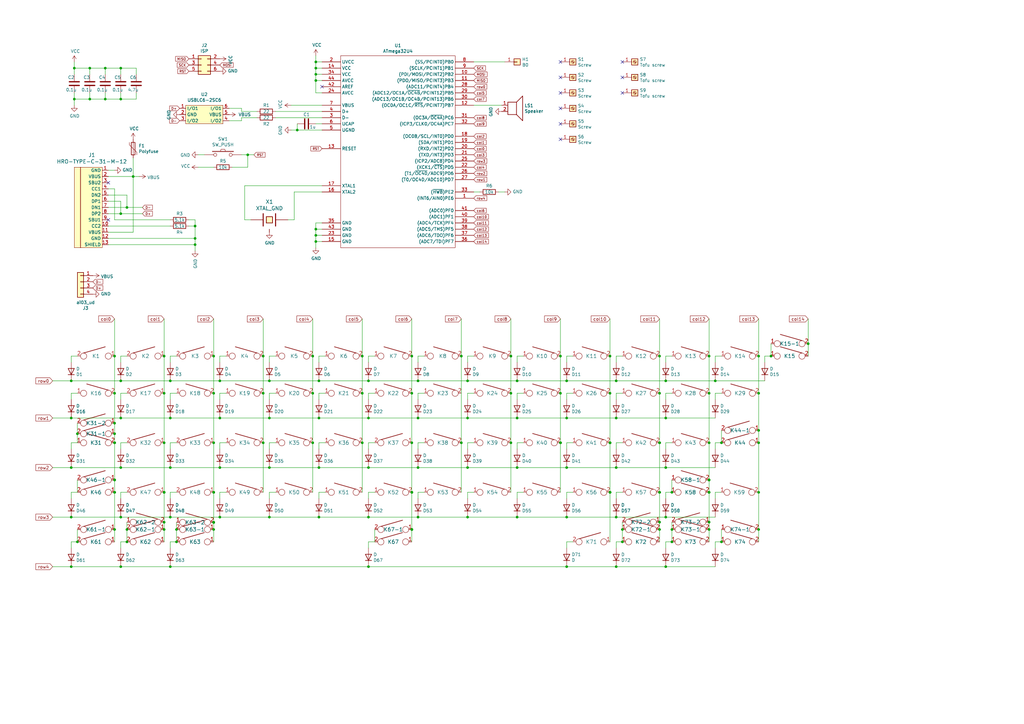
<source format=kicad_sch>
(kicad_sch (version 20211123) (generator eeschema)
  (paper "A3")
  (junction (at 46.99 173.5582))
  (junction (at 273.05 191.77))
  (junction (at 101.6 63.5))
  (junction (at 273.05 156.21))
  (junction (at 128.27 146.05))
  (junction (at 129.54 33.02))
  (junction (at 46.99 146.05))
  (junction (at 250.19 146.05))
  (junction (at 110.49 156.21))
  (junction (at 232.41 212.09))
  (junction (at 250.2154 201.93))
  (junction (at 69.85 171.45))
  (junction (at 110.49 171.45))
  (junction (at 171.45 212.09))
  (junction (at 49.53 27.94))
  (junction (at 30.48 27.94))
  (junction (at 52.07 85.09))
  (junction (at 69.85 191.77))
  (junction (at 46.99 201.93))
  (junction (at 130.81 171.45))
  (junction (at 209.55 161.29))
  (junction (at 69.85 212.09))
  (junction (at 295.91 181.61))
  (junction (at 107.95 146.05))
  (junction (at 255.27 217.17))
  (junction (at 290.83 146.05))
  (junction (at 87.63 161.29))
  (junction (at 212.09 191.77))
  (junction (at 275.5646 201.93))
  (junction (at 168.91 201.93))
  (junction (at 250.19 161.29))
  (junction (at 270.5354 181.61))
  (junction (at 110.49 191.77))
  (junction (at 311.15 181.61))
  (junction (at 54.61 72.39))
  (junction (at 270.51 161.29))
  (junction (at 255.27 222.25))
  (junction (at 129.54 96.52))
  (junction (at 87.6554 201.93))
  (junction (at 90.17 156.21))
  (junction (at 232.41 191.77))
  (junction (at 290.83 196.85))
  (junction (at 148.59 146.05))
  (junction (at 229.87 161.29))
  (junction (at 311.15 161.29))
  (junction (at 130.81 212.09))
  (junction (at 47.0154 181.61))
  (junction (at 46.99 177.9016))
  (junction (at 87.63 214.249))
  (junction (at 121.92 53.34))
  (junction (at 290.8046 196.85))
  (junction (at 29.21 156.21))
  (junction (at 275.59 217.17))
  (junction (at 311.15 217.17))
  (junction (at 52.07 222.25))
  (junction (at 270.5354 201.93))
  (junction (at 273.05 232.41))
  (junction (at 80.01 100.33))
  (junction (at 311.15 201.93))
  (junction (at 316.23 146.05))
  (junction (at 47.0154 201.93))
  (junction (at 46.99 196.85))
  (junction (at 67.31 181.61))
  (junction (at 87.63 146.05))
  (junction (at 232.41 156.21))
  (junction (at 29.21 191.77))
  (junction (at 31.75 177.9016))
  (junction (at 47.0154 196.85))
  (junction (at 129.54 25.4))
  (junction (at 130.81 191.77))
  (junction (at 151.13 171.45))
  (junction (at 311.15 146.05))
  (junction (at 90.17 171.45))
  (junction (at 128.27 181.61))
  (junction (at 168.91 161.29))
  (junction (at 270.51 201.93))
  (junction (at 270.51 181.61))
  (junction (at 67.31 146.05))
  (junction (at 87.63 181.61))
  (junction (at 67.31 214.1982))
  (junction (at 295.91 222.25))
  (junction (at 67.31 217.17))
  (junction (at 229.87 146.05))
  (junction (at 290.83 181.61))
  (junction (at 43.18 27.94))
  (junction (at 46.99 217.17))
  (junction (at 49.53 156.21))
  (junction (at 209.55 146.05))
  (junction (at 273.05 212.09))
  (junction (at 80.01 92.71))
  (junction (at 36.83 27.94))
  (junction (at 209.55 181.61))
  (junction (at 151.13 191.77))
  (junction (at 151.13 232.41))
  (junction (at 148.59 181.61))
  (junction (at 168.91 217.17))
  (junction (at 189.23 146.05))
  (junction (at 290.83 217.17))
  (junction (at 189.23 181.61))
  (junction (at 110.49 212.09))
  (junction (at 168.9354 217.17))
  (junction (at 80.01 97.79))
  (junction (at 29.21 232.41))
  (junction (at 129.54 93.98))
  (junction (at 36.83 40.64))
  (junction (at 87.63 214.2744))
  (junction (at 270.51 146.05))
  (junction (at 212.09 212.09))
  (junction (at 90.17 191.77))
  (junction (at 212.09 171.45))
  (junction (at 273.05 171.45))
  (junction (at 46.99 161.29))
  (junction (at 229.87 181.61))
  (junction (at 151.13 156.21))
  (junction (at 128.27 161.29))
  (junction (at 87.6554 214.249))
  (junction (at 171.45 171.45))
  (junction (at 67.3354 201.93))
  (junction (at 72.39 217.17))
  (junction (at 72.39 222.25))
  (junction (at 129.54 30.48))
  (junction (at 49.53 212.09))
  (junction (at 168.9354 201.93))
  (junction (at 293.37 156.21))
  (junction (at 30.48 40.64))
  (junction (at 275.59 222.25))
  (junction (at 191.77 191.77))
  (junction (at 151.13 212.09))
  (junction (at 191.77 212.09))
  (junction (at 107.95 161.29))
  (junction (at 43.18 40.64))
  (junction (at 232.41 232.41))
  (junction (at 87.63 201.93))
  (junction (at 250.19 181.61))
  (junction (at 67.31 201.93))
  (junction (at 252.73 232.41))
  (junction (at 252.73 212.09))
  (junction (at 171.45 156.21))
  (junction (at 311.15 176.53))
  (junction (at 290.83 161.29))
  (junction (at 29.21 212.09))
  (junction (at 168.91 181.61))
  (junction (at 69.85 232.41))
  (junction (at 168.91 146.05))
  (junction (at 252.73 171.45))
  (junction (at 250.2154 181.61))
  (junction (at 129.54 27.94))
  (junction (at 31.75 222.25))
  (junction (at 270.51 217.17))
  (junction (at 67.31 161.29))
  (junction (at 331.47 140.97))
  (junction (at 49.53 191.77))
  (junction (at 87.63 217.17))
  (junction (at 250.19 201.93))
  (junction (at 129.54 99.06))
  (junction (at 252.73 156.21))
  (junction (at 212.09 156.21))
  (junction (at 229.8954 181.61))
  (junction (at 191.77 171.45))
  (junction (at 290.83 214.1474))
  (junction (at 49.53 40.64))
  (junction (at 191.77 156.21))
  (junction (at 171.45 191.77))
  (junction (at 69.85 156.21))
  (junction (at 90.17 212.09))
  (junction (at 49.53 87.63))
  (junction (at 290.83 201.93))
  (junction (at 49.53 171.45))
  (junction (at 52.07 217.17))
  (junction (at 252.73 191.77))
  (junction (at 29.21 171.45))
  (junction (at 130.81 156.21))
  (junction (at 49.53 232.41))
  (junction (at 270.51 214.1474))
  (junction (at 107.95 181.61))
  (junction (at 148.59 161.29))
  (junction (at 46.99 181.61))
  (junction (at 290.8046 201.93))
  (junction (at 232.41 171.45))
  (no_connect (at 229.87 50.8))
  (no_connect (at 229.87 38.1))
  (no_connect (at 255.27 31.75))
  (no_connect (at 255.27 38.1))
  (no_connect (at 229.87 31.75))
  (no_connect (at 229.87 25.4))
  (no_connect (at 255.27 25.4))
  (no_connect (at 44.45 74.93))
  (no_connect (at 132.08 35.56))
  (no_connect (at 229.87 44.45))
  (no_connect (at 229.87 57.15))
  (no_connect (at 44.45 90.17))
  (wire (pts (xy 232.41 181.61) (xy 234.95 181.61)))
  (wire (pts (xy 29.21 191.77) (xy 21.59 191.77)))
  (wire (pts (xy 99.06 45.72) (xy 105.41 45.72)))
  (wire (pts (xy 80.01 100.33) (xy 80.01 102.87)))
  (wire (pts (xy 99.06 44.45) (xy 99.06 45.72)))
  (wire (pts (xy 191.77 181.61) (xy 194.31 181.61)))
  (wire (pts (xy 67.31 181.61) (xy 67.31 201.93)))
  (wire (pts (xy 49.53 82.55) (xy 44.45 82.55)))
  (wire (pts (xy 290.83 161.29) (xy 290.83 146.05)))
  (wire (pts (xy 232.41 161.29) (xy 234.95 161.29)))
  (wire (pts (xy 90.17 212.09) (xy 110.49 212.09)))
  (wire (pts (xy 293.37 232.41) (xy 273.05 232.41)))
  (wire (pts (xy 31.75 173.5582) (xy 31.75 177.9016)))
  (wire (pts (xy 129.54 33.02) (xy 129.54 38.1)))
  (wire (pts (xy 293.37 156.21) (xy 313.69 156.21)))
  (wire (pts (xy 168.91 201.93) (xy 168.91 217.17)))
  (wire (pts (xy 46.99 201.93) (xy 47.0154 201.93)))
  (wire (pts (xy 69.85 184.15) (xy 69.85 181.61)))
  (wire (pts (xy 87.63 214.2744) (xy 87.63 217.17)))
  (wire (pts (xy 171.45 163.83) (xy 171.45 161.29)))
  (wire (pts (xy 49.53 156.21) (xy 69.85 156.21)))
  (wire (pts (xy 67.31 181.61) (xy 67.31 161.29)))
  (wire (pts (xy 46.99 146.05) (xy 46.99 161.29)))
  (wire (pts (xy 252.73 161.29) (xy 255.27 161.29)))
  (wire (pts (xy 43.18 40.64) (xy 49.53 40.64)))
  (wire (pts (xy 49.53 184.15) (xy 49.53 181.61)))
  (wire (pts (xy 232.41 212.09) (xy 252.73 212.09)))
  (wire (pts (xy 270.51 181.61) (xy 270.5354 181.61)))
  (wire (pts (xy 151.13 156.21) (xy 171.45 156.21)))
  (wire (pts (xy 49.53 148.59) (xy 49.53 146.05)))
  (wire (pts (xy 44.45 97.79) (xy 80.01 97.79)))
  (wire (pts (xy 129.54 38.1) (xy 132.08 38.1)))
  (wire (pts (xy 107.95 181.61) (xy 107.95 201.93)))
  (wire (pts (xy 252.73 163.83) (xy 252.73 161.29)))
  (wire (pts (xy 90.17 184.15) (xy 90.17 181.61)))
  (wire (pts (xy 255.27 217.17) (xy 255.27 222.25)))
  (wire (pts (xy 80.01 90.17) (xy 80.01 92.71)))
  (wire (pts (xy 229.87 181.61) (xy 229.87 201.93)))
  (wire (pts (xy 119.38 53.34) (xy 121.92 53.34)))
  (wire (pts (xy 130.81 171.45) (xy 151.13 171.45)))
  (wire (pts (xy 43.18 40.64) (xy 43.18 38.1)))
  (wire (pts (xy 209.55 146.05) (xy 209.55 130.81)))
  (wire (pts (xy 275.59 222.25) (xy 275.59 217.17)))
  (wire (pts (xy 273.05 161.29) (xy 275.59 161.29)))
  (wire (pts (xy 87.63 201.93) (xy 87.6554 201.93)))
  (wire (pts (xy 129.54 27.94) (xy 129.54 30.48)))
  (wire (pts (xy 44.45 92.71) (xy 69.85 92.71)))
  (wire (pts (xy 232.41 163.83) (xy 232.41 161.29)))
  (wire (pts (xy 49.53 191.77) (xy 29.21 191.77)))
  (wire (pts (xy 293.37 148.59) (xy 293.37 146.05)))
  (wire (pts (xy 153.67 217.17) (xy 153.67 222.25)))
  (wire (pts (xy 77.47 92.71) (xy 80.01 92.71)))
  (wire (pts (xy 130.81 148.59) (xy 130.81 146.05)))
  (wire (pts (xy 212.09 148.59) (xy 212.09 146.05)))
  (wire (pts (xy 275.5646 201.93) (xy 273.05 201.93)))
  (wire (pts (xy 99.06 48.26) (xy 105.41 48.26)))
  (wire (pts (xy 49.53 232.41) (xy 29.21 232.41)))
  (wire (pts (xy 191.77 156.21) (xy 212.09 156.21)))
  (wire (pts (xy 128.27 201.93) (xy 128.27 181.61)))
  (wire (pts (xy 30.48 38.1) (xy 30.48 40.64)))
  (wire (pts (xy 69.85 161.29) (xy 72.39 161.29)))
  (wire (pts (xy 232.41 204.47) (xy 232.41 201.93)))
  (wire (pts (xy 232.41 148.59) (xy 232.41 146.05)))
  (wire (pts (xy 90.17 163.83) (xy 90.17 161.29)))
  (wire (pts (xy 130.81 184.15) (xy 130.81 181.61)))
  (wire (pts (xy 171.45 148.59) (xy 171.45 146.05)))
  (wire (pts (xy 293.37 222.25) (xy 295.91 222.25)))
  (wire (pts (xy 252.73 191.77) (xy 232.41 191.77)))
  (wire (pts (xy 168.91 217.17) (xy 168.9354 217.17)))
  (wire (pts (xy 67.31 214.1982) (xy 67.31 217.17)))
  (wire (pts (xy 191.77 146.05) (xy 194.31 146.05)))
  (wire (pts (xy 29.21 204.47) (xy 29.21 201.93)))
  (wire (pts (xy 209.55 201.93) (xy 209.55 181.61)))
  (wire (pts (xy 290.8046 196.85) (xy 290.83 196.85)))
  (wire (pts (xy 151.13 201.93) (xy 153.67 201.93)))
  (wire (pts (xy 171.45 204.47) (xy 171.45 201.93)))
  (wire (pts (xy 44.45 100.33) (xy 80.01 100.33)))
  (wire (pts (xy 132.08 50.8) (xy 129.54 50.8)))
  (wire (pts (xy 67.31 222.25) (xy 67.31 217.17)))
  (wire (pts (xy 54.61 95.25) (xy 44.45 95.25)))
  (wire (pts (xy 67.31 201.93) (xy 67.31 214.1982)))
  (wire (pts (xy 252.73 146.05) (xy 255.27 146.05)))
  (wire (pts (xy 171.45 161.29) (xy 173.99 161.29)))
  (wire (pts (xy 55.88 40.64) (xy 55.88 38.1)))
  (wire (pts (xy 29.21 181.61) (xy 31.75 181.61)))
  (wire (pts (xy 81.28 68.58) (xy 87.63 68.58)))
  (wire (pts (xy 80.01 92.71) (xy 80.01 97.79)))
  (wire (pts (xy 212.09 191.77) (xy 191.77 191.77)))
  (wire (pts (xy 130.81 204.47) (xy 130.81 201.93)))
  (wire (pts (xy 290.83 214.1474) (xy 290.83 217.17)))
  (wire (pts (xy 250.19 161.29) (xy 250.19 146.05)))
  (wire (pts (xy 151.13 191.77) (xy 130.81 191.77)))
  (wire (pts (xy 110.49 171.45) (xy 130.81 171.45)))
  (wire (pts (xy 270.51 214.1474) (xy 270.51 217.17)))
  (wire (pts (xy 189.23 146.05) (xy 189.23 181.61)))
  (wire (pts (xy 49.53 146.05) (xy 52.07 146.05)))
  (wire (pts (xy 90.17 204.47) (xy 90.17 201.93)))
  (wire (pts (xy 151.13 146.05) (xy 153.67 146.05)))
  (wire (pts (xy 129.54 93.98) (xy 129.54 96.52)))
  (wire (pts (xy 290.83 181.61) (xy 290.83 196.85)))
  (wire (pts (xy 232.41 146.05) (xy 234.95 146.05)))
  (wire (pts (xy 129.54 22.86) (xy 129.54 25.4)))
  (wire (pts (xy 104.14 63.5) (xy 101.6 63.5)))
  (wire (pts (xy 107.95 146.05) (xy 107.95 161.29)))
  (wire (pts (xy 331.47 140.97) (xy 331.47 130.81)))
  (wire (pts (xy 46.99 173.5582) (xy 46.99 177.9016)))
  (wire (pts (xy 331.47 146.05) (xy 331.47 140.97)))
  (wire (pts (xy 49.53 201.93) (xy 52.07 201.93)))
  (wire (pts (xy 313.69 146.05) (xy 316.23 146.05)))
  (wire (pts (xy 99.06 63.5) (xy 101.6 63.5)))
  (wire (pts (xy 168.91 181.61) (xy 168.91 201.93)))
  (wire (pts (xy 132.08 78.74) (xy 120.65 78.74)))
  (wire (pts (xy 101.6 68.58) (xy 95.25 68.58)))
  (wire (pts (xy 113.03 45.72) (xy 132.08 45.72)))
  (wire (pts (xy 207.01 78.74) (xy 204.47 78.74)))
  (wire (pts (xy 132.08 43.18) (xy 119.38 43.18)))
  (wire (pts (xy 77.47 90.17) (xy 80.01 90.17)))
  (wire (pts (xy 21.59 156.21) (xy 29.21 156.21)))
  (wire (pts (xy 273.05 212.09) (xy 293.37 212.09)))
  (wire (pts (xy 273.05 232.41) (xy 252.73 232.41)))
  (wire (pts (xy 270.51 217.17) (xy 270.51 222.25)))
  (wire (pts (xy 130.81 163.83) (xy 130.81 161.29)))
  (wire (pts (xy 229.87 130.81) (xy 229.87 146.05)))
  (wire (pts (xy 171.45 184.15) (xy 171.45 181.61)))
  (wire (pts (xy 311.15 130.81) (xy 311.15 146.05)))
  (wire (pts (xy 46.99 181.61) (xy 47.0154 181.61)))
  (wire (pts (xy 191.77 212.09) (xy 212.09 212.09)))
  (wire (pts (xy 171.45 201.93) (xy 173.99 201.93)))
  (wire (pts (xy 168.91 146.05) (xy 168.91 130.81)))
  (wire (pts (xy 232.41 184.15) (xy 232.41 181.61)))
  (wire (pts (xy 132.08 27.94) (xy 129.54 27.94)))
  (wire (pts (xy 229.87 181.61) (xy 229.8954 181.61)))
  (wire (pts (xy 43.18 30.48) (xy 43.18 27.94)))
  (wire (pts (xy 29.21 232.41) (xy 21.59 232.41)))
  (wire (pts (xy 194.31 25.4) (xy 207.01 25.4)))
  (wire (pts (xy 100.33 76.2) (xy 132.08 76.2)))
  (wire (pts (xy 87.63 161.29) (xy 87.63 181.61)))
  (wire (pts (xy 252.73 181.61) (xy 255.27 181.61)))
  (wire (pts (xy 252.73 224.79) (xy 252.73 222.25)))
  (wire (pts (xy 273.05 156.21) (xy 293.37 156.21)))
  (wire (pts (xy 229.87 146.05) (xy 229.87 161.29)))
  (wire (pts (xy 232.41 222.25) (xy 234.95 222.25)))
  (wire (pts (xy 212.09 204.47) (xy 212.09 201.93)))
  (wire (pts (xy 270.51 130.81) (xy 270.51 146.05)))
  (wire (pts (xy 273.05 181.61) (xy 275.59 181.61)))
  (wire (pts (xy 46.99 161.29) (xy 46.99 173.5582)))
  (wire (pts (xy 120.65 90.17) (xy 118.11 90.17)))
  (wire (pts (xy 30.48 27.94) (xy 36.83 27.94)))
  (wire (pts (xy 36.83 30.48) (xy 36.83 27.94)))
  (wire (pts (xy 46.99 196.85) (xy 47.0154 196.85)))
  (wire (pts (xy 69.85 212.09) (xy 90.17 212.09)))
  (wire (pts (xy 87.63 214.249) (xy 87.63 214.2744)))
  (wire (pts (xy 69.85 222.25) (xy 72.39 222.25)))
  (wire (pts (xy 69.85 171.45) (xy 90.17 171.45)))
  (wire (pts (xy 81.28 63.5) (xy 83.82 63.5)))
  (wire (pts (xy 29.21 222.25) (xy 31.75 222.25)))
  (wire (pts (xy 295.91 222.25) (xy 295.91 217.17)))
  (wire (pts (xy 69.85 191.77) (xy 49.53 191.77)))
  (wire (pts (xy 148.59 146.05) (xy 148.59 161.29)))
  (wire (pts (xy 90.17 181.61) (xy 92.71 181.61)))
  (wire (pts (xy 191.77 171.45) (xy 212.09 171.45)))
  (wire (pts (xy 52.07 214.1982) (xy 52.07 217.17)))
  (wire (pts (xy 87.63 214.249) (xy 87.6554 214.249)))
  (wire (pts (xy 49.53 222.25) (xy 52.07 222.25)))
  (wire (pts (xy 232.41 191.77) (xy 212.09 191.77)))
  (wire (pts (xy 90.17 191.77) (xy 69.85 191.77)))
  (wire (pts (xy 129.54 101.6) (xy 129.54 99.06)))
  (wire (pts (xy 49.53 27.94) (xy 55.88 27.94)))
  (wire (pts (xy 212.09 156.21) (xy 232.41 156.21)))
  (wire (pts (xy 191.77 201.93) (xy 194.31 201.93)))
  (wire (pts (xy 273.05 224.79) (xy 273.05 222.25)))
  (wire (pts (xy 29.21 224.79) (xy 29.21 222.25)))
  (wire (pts (xy 130.81 156.21) (xy 151.13 156.21)))
  (wire (pts (xy 44.45 80.01) (xy 52.07 80.01)))
  (wire (pts (xy 72.39 214.2744) (xy 72.39 217.17)))
  (wire (pts (xy 270.51 146.05) (xy 270.51 161.29)))
  (wire (pts (xy 252.73 171.45) (xy 273.05 171.45)))
  (wire (pts (xy 191.77 184.15) (xy 191.77 181.61)))
  (wire (pts (xy 209.55 181.61) (xy 209.55 161.29)))
  (wire (pts (xy 270.51 181.61) (xy 270.51 201.93)))
  (wire (pts (xy 191.77 161.29) (xy 194.31 161.29)))
  (wire (pts (xy 290.83 196.85) (xy 290.83 201.93)))
  (wire (pts (xy 49.53 163.83) (xy 49.53 161.29)))
  (wire (pts (xy 293.37 163.83) (xy 293.37 161.29)))
  (wire (pts (xy 132.08 91.44) (xy 129.54 91.44)))
  (wire (pts (xy 273.05 171.45) (xy 293.37 171.45)))
  (wire (pts (xy 313.69 148.59) (xy 313.69 146.05)))
  (wire (pts (xy 67.31 146.05) (xy 67.31 130.81)))
  (wire (pts (xy 130.81 191.77) (xy 110.49 191.77)))
  (wire (pts (xy 29.21 171.45) (xy 49.53 171.45)))
  (wire (pts (xy 151.13 232.41) (xy 69.85 232.41)))
  (wire (pts (xy 54.61 72.39) (xy 54.61 64.77)))
  (wire (pts (xy 52.07 85.09) (xy 58.42 85.09)))
  (wire (pts (xy 232.41 201.93) (xy 234.95 201.93)))
  (wire (pts (xy 21.59 212.09) (xy 29.21 212.09)))
  (wire (pts (xy 46.99 77.47) (xy 46.99 90.17)))
  (wire (pts (xy 196.85 78.74) (xy 194.31 78.74)))
  (wire (pts (xy 270.51 161.29) (xy 270.51 181.61)))
  (wire (pts (xy 132.08 93.98) (xy 129.54 93.98)))
  (wire (pts (xy 270.51 201.93) (xy 270.5354 201.93)))
  (wire (pts (xy 72.39 222.25) (xy 72.39 217.17)))
  (wire (pts (xy 90.17 201.93) (xy 92.71 201.93)))
  (wire (pts (xy 311.15 181.61) (xy 311.15 201.93)))
  (wire (pts (xy 110.49 201.93) (xy 113.03 201.93)))
  (wire (pts (xy 69.85 232.41) (xy 49.53 232.41)))
  (wire (pts (xy 110.49 181.61) (xy 113.03 181.61)))
  (wire (pts (xy 101.6 63.5) (xy 101.6 68.58)))
  (wire (pts (xy 29.21 184.15) (xy 29.21 181.61)))
  (wire (pts (xy 273.05 201.93) (xy 273.05 204.47)))
  (wire (pts (xy 132.08 33.02) (xy 129.54 33.02)))
  (wire (pts (xy 212.09 201.93) (xy 214.63 201.93)))
  (wire (pts (xy 132.08 96.52) (xy 129.54 96.52)))
  (wire (pts (xy 273.05 146.05) (xy 275.59 146.05)))
  (wire (pts (xy 275.59 214.1474) (xy 275.59 217.17)))
  (wire (pts (xy 232.41 156.21) (xy 252.73 156.21)))
  (wire (pts (xy 212.09 163.83) (xy 212.09 161.29)))
  (wire (pts (xy 290.8046 201.93) (xy 290.83 201.93)))
  (wire (pts (xy 189.23 181.61) (xy 189.23 201.93)))
  (wire (pts (xy 290.83 201.93) (xy 290.83 214.1474)))
  (wire (pts (xy 31.75 217.17) (xy 31.75 222.25)))
  (wire (pts (xy 121.92 50.8) (xy 121.92 53.34)))
  (wire (pts (xy 46.99 181.61) (xy 46.99 196.85)))
  (wire (pts (xy 130.81 201.93) (xy 133.35 201.93)))
  (wire (pts (xy 110.49 161.29) (xy 113.03 161.29)))
  (wire (pts (xy 130.81 146.05) (xy 133.35 146.05)))
  (wire (pts (xy 110.49 146.05) (xy 113.03 146.05)))
  (wire (pts (xy 44.45 69.85) (xy 46.99 69.85)))
  (wire (pts (xy 130.81 161.29) (xy 133.35 161.29)))
  (wire (pts (xy 69.85 201.93) (xy 72.39 201.93)))
  (wire (pts (xy 168.91 161.29) (xy 168.91 146.05)))
  (wire (pts (xy 110.49 212.09) (xy 130.81 212.09)))
  (wire (pts (xy 212.09 212.09) (xy 232.41 212.09)))
  (wire (pts (xy 90.17 161.29) (xy 92.71 161.29)))
  (wire (pts (xy 21.59 171.45) (xy 29.21 171.45)))
  (wire (pts (xy 130.81 212.09) (xy 151.13 212.09)))
  (wire (pts (xy 168.91 217.17) (xy 168.91 222.25)))
  (wire (pts (xy 273.05 148.59) (xy 273.05 146.05)))
  (wire (pts (xy 311.15 201.93) (xy 311.15 217.17)))
  (wire (pts (xy 252.73 212.09) (xy 273.05 212.09)))
  (wire (pts (xy 49.53 224.79) (xy 49.53 222.25)))
  (wire (pts (xy 293.37 184.15) (xy 293.37 181.61)))
  (wire (pts (xy 311.15 161.29) (xy 311.15 176.53)))
  (wire (pts (xy 168.91 201.93) (xy 168.9354 201.93)))
  (wire (pts (xy 110.49 163.83) (xy 110.49 161.29)))
  (wire (pts (xy 30.48 40.64) (xy 30.48 43.18)))
  (wire (pts (xy 43.18 27.94) (xy 49.53 27.94)))
  (wire (pts (xy 87.63 201.93) (xy 87.63 214.249)))
  (wire (pts (xy 209.55 161.29) (xy 209.55 146.05)))
  (wire (pts (xy 293.37 161.29) (xy 295.91 161.29)))
  (wire (pts (xy 290.83 222.25) (xy 290.83 217.17)))
  (wire (pts (xy 30.48 40.64) (xy 36.83 40.64)))
  (wire (pts (xy 54.61 72.39) (xy 54.61 95.25)))
  (wire (pts (xy 252.73 156.21) (xy 273.05 156.21)))
  (wire (pts (xy 293.37 204.47) (xy 293.37 201.93)))
  (wire (pts (xy 151.13 148.59) (xy 151.13 146.05)))
  (wire (pts (xy 295.91 176.53) (xy 295.91 181.61)))
  (wire (pts (xy 273.05 163.83) (xy 273.05 161.29)))
  (wire (pts (xy 100.33 90.17) (xy 102.87 90.17)))
  (wire (pts (xy 69.85 156.21) (xy 90.17 156.21)))
  (wire (pts (xy 212.09 161.29) (xy 214.63 161.29)))
  (wire (pts (xy 128.27 181.61) (xy 128.27 161.29)))
  (wire (pts (xy 232.41 171.45) (xy 252.73 171.45)))
  (wire (pts (xy 90.17 148.59) (xy 90.17 146.05)))
  (wire (pts (xy 110.49 148.59) (xy 110.49 146.05)))
  (wire (pts (xy 129.54 30.48) (xy 129.54 33.02)))
  (wire (pts (xy 107.95 130.81) (xy 107.95 146.05)))
  (wire (pts (xy 250.19 201.93) (xy 250.19 222.25)))
  (wire (pts (xy 29.21 146.05) (xy 31.75 146.05)))
  (wire (pts (xy 212.09 171.45) (xy 232.41 171.45)))
  (wire (pts (xy 46.99 217.17) (xy 46.99 222.25)))
  (wire (pts (xy 148.59 161.29) (xy 148.59 181.61)))
  (wire (pts (xy 49.53 204.47) (xy 49.53 201.93)))
  (wire (pts (xy 99.06 49.53) (xy 99.06 48.26)))
  (wire (pts (xy 255.27 214.1474) (xy 255.27 217.17)))
  (wire (pts (xy 36.83 27.94) (xy 43.18 27.94)))
  (wire (pts (xy 90.17 146.05) (xy 92.71 146.05)))
  (wire (pts (xy 30.48 27.94) (xy 30.48 30.48)))
  (wire (pts (xy 290.83 181.61) (xy 290.83 161.29)))
  (wire (pts (xy 252.73 232.41) (xy 232.41 232.41)))
  (wire (pts (xy 49.53 40.64) (xy 55.88 40.64)))
  (wire (pts (xy 252.73 148.59) (xy 252.73 146.05)))
  (wire (pts (xy 49.53 87.63) (xy 58.42 87.63)))
  (wire (pts (xy 212.09 146.05) (xy 214.63 146.05)))
  (wire (pts (xy 55.88 27.94) (xy 55.88 30.48)))
  (wire (pts (xy 93.98 49.53) (xy 99.06 49.53)))
  (wire (pts (xy 46.99 196.85) (xy 46.99 201.93)))
  (wire (pts (xy 194.31 43.18) (xy 205.74 43.18)))
  (wire (pts (xy 171.45 181.61) (xy 173.99 181.61)))
  (wire (pts (xy 49.53 87.63) (xy 49.53 82.55)))
  (wire (pts (xy 151.13 161.29) (xy 153.67 161.29)))
  (wire (pts (xy 87.63 130.81) (xy 87.63 146.05)))
  (wire (pts (xy 67.31 201.93) (xy 67.3354 201.93)))
  (wire (pts (xy 29.21 161.29) (xy 31.75 161.29)))
  (wire (pts (xy 29.21 163.83) (xy 29.21 161.29)))
  (wire (pts (xy 171.45 212.09) (xy 191.77 212.09)))
  (wire (pts (xy 128.27 161.29) (xy 128.27 146.05)))
  (wire (pts (xy 273.05 222.25) (xy 275.59 222.25)))
  (wire (pts (xy 69.85 146.05) (xy 72.39 146.05)))
  (wire (pts (xy 168.91 181.61) (xy 168.91 161.29)))
  (wire (pts (xy 129.54 25.4) (xy 129.54 27.94)))
  (wire (pts (xy 49.53 30.48) (xy 49.53 27.94)))
  (wire (pts (xy 69.85 148.59) (xy 69.85 146.05)))
  (wire (pts (xy 252.73 184.15) (xy 252.73 181.61)))
  (wire (pts (xy 132.08 30.48) (xy 129.54 30.48)))
  (wire (pts (xy 93.98 44.45) (xy 99.06 44.45)))
  (wire (pts (xy 110.49 156.21) (xy 130.81 156.21)))
  (wire (pts (xy 171.45 171.45) (xy 191.77 171.45)))
  (wire (pts (xy 49.53 212.09) (xy 69.85 212.09)))
  (wire (pts (xy 171.45 156.21) (xy 191.77 156.21)))
  (wire (pts (xy 151.13 212.09) (xy 171.45 212.09)))
  (wire (pts (xy 107.95 161.29) (xy 107.95 181.61)))
  (wire (pts (xy 148.59 181.61) (xy 148.59 201.93)))
  (wire (pts (xy 252.73 222.25) (xy 255.27 222.25)))
  (wire (pts (xy 121.92 53.34) (xy 132.08 53.34)))
  (wire (pts (xy 212.09 184.15) (xy 212.09 181.61)))
  (wire (pts (xy 29.21 201.93) (xy 31.75 201.93)))
  (wire (pts (xy 250.19 146.05) (xy 250.19 130.81)))
  (wire (pts (xy 273.05 191.77) (xy 252.73 191.77)))
  (wire (pts (xy 275.5646 196.85) (xy 275.5646 201.93)))
  (wire (pts (xy 120.65 78.74) (xy 120.65 90.17)))
  (wire (pts (xy 293.37 191.77) (xy 273.05 191.77)))
  (wire (pts (xy 212.09 181.61) (xy 214.63 181.61)))
  (wire (pts (xy 52.07 85.09) (xy 44.45 85.09)))
  (wire (pts (xy 49.53 181.61) (xy 52.07 181.61)))
  (wire (pts (xy 151.13 181.61) (xy 153.67 181.61)))
  (wire (pts (xy 250.19 201.93) (xy 250.2154 201.93)))
  (wire (pts (xy 129.54 91.44) (xy 129.54 93.98)))
  (wire (pts (xy 151.13 222.25) (xy 153.67 222.25)))
  (wire (pts (xy 311.15 217.17) (xy 311.15 222.25)))
  (wire (pts (xy 293.37 146.05) (xy 295.91 146.05)))
  (wire (pts (xy 69.85 224.79) (xy 69.85 222.25)))
  (wire (pts (xy 229.87 161.29) (xy 229.87 181.61)))
  (wire (pts (xy 311.15 176.53) (xy 311.15 181.61)))
  (wire (pts (xy 87.63 217.17) (xy 87.63 222.25)))
  (wire (pts (xy 252.73 204.47) (xy 252.73 201.93)))
  (wire (pts (xy 132.08 25.4) (xy 129.54 25.4)))
  (wire (pts (xy 31.75 196.85) (xy 31.75 201.93)))
  (wire (pts (xy 232.41 224.79) (xy 232.41 222.25)))
  (wire (pts (xy 46.99 177.9016) (xy 46.99 181.61)))
  (wire (pts (xy 148.59 130.81) (xy 148.59 146.05)))
  (wire (pts (xy 49.53 161.29) (xy 52.07 161.29)))
  (wire (pts (xy 129.54 96.52) (xy 129.54 99.06)))
  (wire (pts (xy 316.23 140.97) (xy 316.23 146.05)))
  (wire (pts (xy 52.07 222.25) (xy 52.07 217.17)))
  (wire (pts (xy 67.31 161.29) (xy 67.31 146.05)))
  (wire (pts (xy 270.51 201.93) (xy 270.51 214.1474)))
  (wire (pts (xy 36.83 40.64) (xy 36.83 38.1)))
  (wire (pts (xy 44.45 72.39) (xy 54.61 72.39)))
  (wire (pts (xy 129.54 99.06) (xy 132.08 99.06)))
  (wire (pts (xy 44.45 77.47) (xy 46.99 77.47)))
  (wire (pts (xy 171.45 191.77) (xy 151.13 191.77)))
  (wire (pts (xy 30.48 25.4) (xy 30.48 27.94)))
  (wire (pts (xy 87.63 181.61) (xy 87.63 201.93)))
  (wire (pts (xy 151.13 232.41) (xy 232.41 232.41)))
  (wire (pts (xy 44.45 87.63) (xy 49.53 87.63)))
  (wire (pts (xy 100.33 90.17) (xy 100.33 76.2)))
  (wire (pts (xy 31.75 177.9016) (xy 31.75 181.61)))
  (wire (pts (xy 49.53 171.45) (xy 69.85 171.45)))
  (wire (pts (xy 90.17 156.21) (xy 110.49 156.21)))
  (wire (pts (xy 113.03 48.26) (xy 132.08 48.26)))
  (wire (pts (xy 151.13 163.83) (xy 151.13 161.29)))
  (wire (pts (xy 151.13 184.15) (xy 151.13 181.61)))
  (wire (pts (xy 29.21 212.09) (xy 49.53 212.09)))
  (wire (pts (xy 69.85 204.47) (xy 69.85 201.93)))
  (wire (pts (xy 310.8706 201.93) (xy 311.15 201.93)))
  (wire (pts (xy 171.45 146.05) (xy 173.99 146.05)))
  (wire (pts (xy 293.37 181.61) (xy 295.91 181.61)))
  (wire (pts (xy 191.77 204.47) (xy 191.77 201.93)))
  (wire (pts (xy 191.77 163.83) (xy 191.77 161.29)))
  (wire (pts (xy 29.21 148.59) (xy 29.21 146.05)))
  (wire (pts (xy 293.37 201.93) (xy 295.6306 201.93)))
  (wire (pts (xy 250.19 181.61) (xy 250.19 201.93)))
  (wire (pts (xy 46.99 90.17) (xy 69.85 90.17)))
  (wire (pts (xy 252.73 201.93) (xy 255.27 201.93)))
  (wire (pts (xy 311.15 146.05) (xy 311.15 161.29)))
  (wire (pts (xy 110.49 184.15) (xy 110.49 181.61)))
  (wire (pts (xy 191.77 191.77) (xy 171.45 191.77)))
  (wire (pts (xy 293.37 224.79) (xy 293.37 222.25)))
  (wire (pts (xy 250.19 161.29) (xy 250.19 181.61)))
  (wire (pts (xy 29.21 156.21) (xy 49.53 156.21)))
  (wire (pts (xy 189.23 130.81) (xy 189.23 146.05)))
  (wire (pts (xy 69.85 181.61) (xy 72.39 181.61)))
  (wire (pts (xy 46.99 130.81) (xy 46.99 146.05)))
  (wire (pts (xy 151.13 171.45) (xy 171.45 171.45)))
  (wire (pts (xy 49.53 40.64) (xy 49.53 38.1)))
  (wire (pts (xy 69.85 163.83) (xy 69.85 161.29)))
  (wire (pts (xy 250.19 181.61) (xy 250.2154 181.61)))
  (wire (pts (xy 191.77 148.59) (xy 191.77 146.05)))
  (wire (pts (xy 130.81 181.61) (xy 133.35 181.61)))
  (wire (pts (xy 54.61 72.39) (xy 57.15 72.39)))
  (wire (pts (xy 36.83 40.64) (xy 43.18 40.64)))
  (wire (pts (xy 151.13 204.47) (xy 151.13 201.93)))
  (wire (pts (xy 290.83 146.05) (xy 290.83 130.81)))
  (wire (pts (xy 87.63 146.05) (xy 87.63 161.29)))
  (wire (pts (xy 110.49 204.47) (xy 110.49 201.93)))
  (wire (pts (xy 151.13 224.79) (xy 151.13 222.25)))
  (wire (pts (xy 128.27 146.05) (xy 128.27 130.81)))
  (wire (pts (xy 80.01 97.79) (xy 80.01 100.33)))
  (wire (pts (xy 46.99 201.93) (xy 46.99 217.17)))
  (wire (pts (xy 90.17 171.45) (xy 110.49 171.45)))
  (wire (pts (xy 273.05 184.15) (xy 273.05 181.61)))
  (wire (pts (xy 110.49 191.77) (xy 90.17 191.77)))
  (wire (pts (xy 52.07 80.01) (xy 52.07 85.09)))
  (global_label "col14" (shape input) (at 194.31 99.06 0) (effects (font (size 0.9906 0.9906))) (property "Intersheet References" "${INTERSHEET_REFS}" (effects hide)))
  (global_label "col1" (shape input) (at 194.31 58.42 0) (effects (font (size 0.9906 0.9906))) (property "Intersheet References" "${INTERSHEET_REFS}" (effects hide)))
  (global_label "col12" (shape input) (at 290.83 130.81 180) (property "Intersheet References" "${INTERSHEET_REFS}" (effects hide)))
  (global_label "col6" (shape input) (at 168.91 130.81 180) (property "Intersheet References" "${INTERSHEET_REFS}" (effects hide)))
  (global_label "col8" (shape input) (at 194.31 48.26 0) (effects (font (size 0.9906 0.9906))) (property "Intersheet References" "${INTERSHEET_REFS}" (effects hide)))
  (global_label "D-" (shape input) (at 58.42 85.09 0) (effects (font (size 0.9906 0.9906))) (property "Intersheet References" "${INTERSHEET_REFS}" (effects hide)))
  (global_label "col3" (shape input) (at 107.95 130.81 180) (property "Intersheet References" "${INTERSHEET_REFS}" (effects hide)))
  (global_label "row0" (shape input) (at 21.59 156.21 180) (property "Intersheet References" "${INTERSHEET_REFS}" (effects hide)))
  (global_label "col0" (shape input) (at 46.99 130.81 180) (property "Intersheet References" "${INTERSHEET_REFS}" (effects hide)))
  (global_label "MISO" (shape input) (at 194.31 33.02 0) (effects (font (size 0.9906 0.9906))) (property "Intersheet References" "${INTERSHEET_REFS}" (effects hide)))
  (global_label "col5" (shape input) (at 194.31 38.1 0) (effects (font (size 0.9906 0.9906))) (property "Intersheet References" "${INTERSHEET_REFS}" (effects hide)))
  (global_label "D+" (shape input) (at 58.42 87.63 0) (effects (font (size 0.9906 0.9906))) (property "Intersheet References" "${INTERSHEET_REFS}" (effects hide)))
  (global_label "row4" (shape input) (at 21.59 232.41 180) (property "Intersheet References" "${INTERSHEET_REFS}" (effects hide)))
  (global_label "col2" (shape input) (at 87.63 130.81 180) (property "Intersheet References" "${INTERSHEET_REFS}" (effects hide)))
  (global_label "col5" (shape input) (at 148.59 130.81 180) (property "Intersheet References" "${INTERSHEET_REFS}" (effects hide)))
  (global_label "col7" (shape input) (at 189.23 130.81 180) (property "Intersheet References" "${INTERSHEET_REFS}" (effects hide)))
  (global_label "col12" (shape input) (at 194.31 93.98 0) (effects (font (size 0.9906 0.9906))) (property "Intersheet References" "${INTERSHEET_REFS}" (effects hide)))
  (global_label "row2" (shape input) (at 21.59 191.77 180) (property "Intersheet References" "${INTERSHEET_REFS}" (effects hide)))
  (global_label "col4" (shape input) (at 194.31 68.58 0) (effects (font (size 0.9906 0.9906))) (property "Intersheet References" "${INTERSHEET_REFS}" (effects hide)))
  (global_label "col13" (shape input) (at 311.15 130.81 180) (property "Intersheet References" "${INTERSHEET_REFS}" (effects hide)))
  (global_label "D+" (shape input) (at 73.66 44.45 180) (effects (font (size 0.9906 0.9906))) (property "Intersheet References" "${INTERSHEET_REFS}" (effects hide)))
  (global_label "SCK" (shape input) (at 77.47 26.67 180) (effects (font (size 0.9906 0.9906))) (property "Intersheet References" "${INTERSHEET_REFS}" (effects hide)))
  (global_label "row0" (shape input) (at 194.31 35.56 0) (effects (font (size 0.9906 0.9906))) (property "Intersheet References" "${INTERSHEET_REFS}" (effects hide)))
  (global_label "col8" (shape input) (at 209.55 130.81 180) (property "Intersheet References" "${INTERSHEET_REFS}" (effects hide)))
  (global_label "col0" (shape input) (at 194.31 60.96 0) (effects (font (size 0.9906 0.9906))) (property "Intersheet References" "${INTERSHEET_REFS}" (effects hide)))
  (global_label "row4" (shape input) (at 194.31 81.28 0) (effects (font (size 0.9906 0.9906))) (property "Intersheet References" "${INTERSHEET_REFS}" (effects hide)))
  (global_label "MISO" (shape input) (at 77.47 24.13 180) (effects (font (size 0.9906 0.9906))) (property "Intersheet References" "${INTERSHEET_REFS}" (effects hide)))
  (global_label "col2" (shape input) (at 194.31 55.88 0) (effects (font (size 0.9906 0.9906))) (property "Intersheet References" "${INTERSHEET_REFS}" (effects hide)))
  (global_label "RST" (shape input) (at 132.08 60.96 180) (effects (font (size 0.9906 0.9906))) (property "Intersheet References" "${INTERSHEET_REFS}" (effects hide)))
  (global_label "MOSI" (shape input) (at 194.31 30.48 0) (effects (font (size 0.9906 0.9906))) (property "Intersheet References" "${INTERSHEET_REFS}" (effects hide)))
  (global_label "col13" (shape input) (at 194.31 96.52 0) (effects (font (size 0.9906 0.9906))) (property "Intersheet References" "${INTERSHEET_REFS}" (effects hide)))
  (global_label "col11" (shape input) (at 270.51 130.81 180) (property "Intersheet References" "${INTERSHEET_REFS}" (effects hide)))
  (global_label "row3" (shape input) (at 194.31 66.04 0) (effects (font (size 0.9906 0.9906))) (property "Intersheet References" "${INTERSHEET_REFS}" (effects hide)))
  (global_label "D-" (shape input) (at 73.66 49.53 180) (effects (font (size 0.9906 0.9906))) (property "Intersheet References" "${INTERSHEET_REFS}" (effects hide)))
  (global_label "col9" (shape input) (at 194.31 50.8 0) (effects (font (size 0.9906 0.9906))) (property "Intersheet References" "${INTERSHEET_REFS}" (effects hide)))
  (global_label "col7" (shape input) (at 194.31 40.64 0) (effects (font (size 0.9906 0.9906))) (property "Intersheet References" "${INTERSHEET_REFS}" (effects hide)))
  (global_label "col4" (shape input) (at 128.27 130.81 180) (property "Intersheet References" "${INTERSHEET_REFS}" (effects hide)))
  (global_label "row3" (shape input) (at 21.59 212.09 180) (property "Intersheet References" "${INTERSHEET_REFS}" (effects hide)))
  (global_label "row1" (shape input) (at 21.59 171.45 180) (property "Intersheet References" "${INTERSHEET_REFS}" (effects hide)))
  (global_label "RST" (shape input) (at 77.47 29.21 180) (effects (font (size 0.9906 0.9906))) (property "Intersheet References" "${INTERSHEET_REFS}" (effects hide)))
  (global_label "col14" (shape input) (at 331.47 130.81 180) (property "Intersheet References" "${INTERSHEET_REFS}" (effects hide)))
  (global_label "col3" (shape input) (at 194.31 63.5 0) (effects (font (size 0.9906 0.9906))) (property "Intersheet References" "${INTERSHEET_REFS}" (effects hide)))
  (global_label "col9" (shape input) (at 229.87 130.81 180) (property "Intersheet References" "${INTERSHEET_REFS}" (effects hide)))
  (global_label "row2" (shape input) (at 194.31 71.12 0) (effects (font (size 0.9906 0.9906))) (property "Intersheet References" "${INTERSHEET_REFS}" (effects hide)))
  (global_label "D+" (shape input) (at 38.1 118.11 0) (effects (font (size 0.9906 0.9906))) (property "Intersheet References" "${INTERSHEET_REFS}" (effects hide)))
  (global_label "D-" (shape input) (at 38.1 115.57 0) (effects (font (size 0.9906 0.9906))) (property "Intersheet References" "${INTERSHEET_REFS}" (effects hide)))
  (global_label "col6" (shape input) (at 194.31 86.36 0) (effects (font (size 0.9906 0.9906))) (property "Intersheet References" "${INTERSHEET_REFS}" (effects hide)))
  (global_label "MOSI" (shape input) (at 90.17 26.67 0) (effects (font (size 0.9906 0.9906))) (property "Intersheet References" "${INTERSHEET_REFS}" (effects hide)))
  (global_label "col1" (shape input) (at 67.31 130.81 180) (property "Intersheet References" "${INTERSHEET_REFS}" (effects hide)))
  (global_label "col11" (shape input) (at 194.31 91.44 0) (effects (font (size 0.9906 0.9906))) (property "Intersheet References" "${INTERSHEET_REFS}" (effects hide)))
  (global_label "col10" (shape input) (at 194.31 88.9 0) (effects (font (size 0.9906 0.9906))) (property "Intersheet References" "${INTERSHEET_REFS}" (effects hide)))
  (global_label "row1" (shape input) (at 194.31 73.66 0) (effects (font (size 0.9906 0.9906))) (property "Intersheet References" "${INTERSHEET_REFS}" (effects hide)))
  (global_label "col10" (shape input) (at 250.19 130.81 180) (property "Intersheet References" "${INTERSHEET_REFS}" (effects hide)))
  (global_label "SCK" (shape input) (at 194.31 27.94 0) (effects (font (size 0.9906 0.9906))) (property "Intersheet References" "${INTERSHEET_REFS}" (effects hide)))
  (global_label "RST" (shape input) (at 104.14 63.5 0) (effects (font (size 0.9906 0.9906))) (property "Intersheet References" "${INTERSHEET_REFS}" (effects hide)))
  (symbol (lib_id "atmel:ATmega32U4") (at 163.83 64.77 0) (unit 1)
    (property "Reference" "U1" (at 163.195 18.669 0))
    (property "Value" "ATmega32U4" (at 163.195 20.9804 0))
    (property "Footprint" "Keeb_components:ATMEGA32U4" (effects hide))
  )
  (symbol (lib_id "Device:R") (at 109.22 45.72 270) (unit 1)
    (property "Reference" "R1" (at 109.22 43.18 90))
    (property "Value" "22" (at 109.22 45.72 90))
    (property "Footprint" "Keeb_components:R_0805" (effects hide))
  )
  (symbol (lib_id "Device:R") (at 109.22 48.26 90) (unit 1)
    (property "Reference" "R2" (at 109.22 50.8 90))
    (property "Value" "22" (at 109.22 48.26 90))
    (property "Footprint" "Keeb_components:R_0805" (effects hide))
  )
  (symbol (lib_id "Power:GND") (at 119.38 53.34 270) (unit 1)
    (property "Reference" "#PWR0101" (effects hide))
    (property "Value" "GND" (at 114.9858 53.467 0))
  )
  (symbol (lib_id "Power:VCC") (at 129.54 22.86 0) (unit 1)
    (property "Reference" "#PWR0103" (effects hide))
    (property "Value" "VCC" (at 129.9718 18.4658 0))
  )
  (symbol (lib_id "keyboard_parts:SW_PUSH") (at 91.44 63.5 0) (unit 1)
    (property "Reference" "SW1" (at 91.44 57.023 0))
    (property "Value" "SW_PUSH" (at 91.44 59.3344 0))
    (property "Footprint" "Button_Switch_SMD:SW_SPST_TL3342" (effects hide))
  )
  (symbol (lib_id "Power:VCC") (at 81.28 68.58 90) (unit 1)
    (property "Reference" "#PWR0104" (effects hide))
    (property "Value" "VCC" (at 78.0542 68.1228 90) (effects (justify left)))
  )
  (symbol (lib_id "Device:R") (at 91.44 68.58 270) (unit 1)
    (property "Reference" "R5" (at 91.44 66.04 90))
    (property "Value" "10k" (at 91.44 68.58 90))
    (property "Footprint" "Keeb_components:R_0805" (effects hide))
  )
  (symbol (lib_id "Power:GND") (at 81.28 63.5 270) (unit 1)
    (property "Reference" "#PWR0105" (effects hide))
    (property "Value" "GND" (at 78.0288 63.627 90) (effects (justify right)))
  )
  (symbol (lib_id "Connector:Screw_Terminal_01x01") (at 234.95 25.4 0) (unit 1)
    (property "Reference" "S1" (at 236.982 24.3332 0) (effects (justify left)))
    (property "Value" "Screw" (at 236.982 26.6446 0) (effects (justify left)))
    (property "Footprint" "footprints:5.5_5x2.5mm" (effects hide))
  )
  (symbol (lib_id "Connector:Screw_Terminal_01x01") (at 234.95 31.75 0) (unit 1)
    (property "Reference" "S2" (at 236.982 30.6832 0) (effects (justify left)))
    (property "Value" "Screw" (at 236.982 32.9946 0) (effects (justify left)))
    (property "Footprint" "footprints:5.5_5x2.5mm" (effects hide))
  )
  (symbol (lib_id "Device:R") (at 200.66 78.74 270) (unit 1)
    (property "Reference" "R6" (at 200.66 76.2 90))
    (property "Value" "10k" (at 200.66 78.74 90))
    (property "Footprint" "Keeb_components:R_0805" (effects hide))
  )
  (symbol (lib_id "Power:GND") (at 207.01 78.74 90) (unit 1)
    (property "Reference" "#PWR0106" (effects hide))
    (property "Value" "GND" (at 210.2612 78.613 90) (effects (justify right)))
  )
  (symbol (lib_id "Device:C") (at 125.73 50.8 270) (unit 1)
    (property "Reference" "C1" (at 125.73 46.99 90))
    (property "Value" "1u" (at 128.27 52.07 90))
    (property "Footprint" "Keeb_components:C_0805" (effects hide))
  )
  (symbol (lib_id "keyboard_parts:XTAL_GND") (at 110.49 90.17 0) (unit 1)
    (property "Reference" "X1" (at 110.49 82.7532 0) (effects (font (size 1.524 1.524))))
    (property "Value" "XTAL_GND" (at 110.49 85.4456 0) (effects (font (size 1.524 1.524))))
    (property "Footprint" "Keeb_components:Resonator_SMD_muRata_CSTNExxV-3Pin-p1.2" (effects hide))
  )
  (symbol (lib_id "Power:GND") (at 110.49 95.25 0) (unit 1)
    (property "Reference" "#PWR0107" (effects hide))
    (property "Value" "GND" (at 110.617 99.6442 0))
  )
  (symbol (lib_id "Power:GND") (at 129.54 101.6 0) (unit 1)
    (property "Reference" "#PWR0108" (effects hide))
    (property "Value" "GND" (at 129.667 105.9942 0))
  )
  (symbol (lib_id "Power:VCC") (at 30.48 25.4 0) (unit 1)
    (property "Reference" "#PWR0109" (effects hide))
    (property "Value" "VCC" (at 30.9118 21.0058 0))
  )
  (symbol (lib_id "Power:GND") (at 30.48 43.18 0) (unit 1)
    (property "Reference" "#PWR0110" (effects hide))
    (property "Value" "GND" (at 30.607 47.5742 0))
  )
  (symbol (lib_id "Device:C") (at 30.48 34.29 180) (unit 1)
    (property "Reference" "C2" (at 29.21 31.75 0))
    (property "Value" "0.1u" (at 29.21 36.83 0))
    (property "Footprint" "Keeb_components:C_0805" (effects hide))
  )
  (symbol (lib_id "Device:C") (at 36.83 34.29 180) (unit 1)
    (property "Reference" "C3" (at 35.56 31.75 0))
    (property "Value" "0.1u" (at 35.56 36.83 0))
    (property "Footprint" "Keeb_components:C_0805" (effects hide))
  )
  (symbol (lib_id "Device:C") (at 43.18 34.29 180) (unit 1)
    (property "Reference" "C4" (at 41.91 31.75 0))
    (property "Value" "0.1u" (at 41.91 36.83 0))
    (property "Footprint" "Keeb_components:C_0805" (effects hide))
  )
  (symbol (lib_id "Device:C") (at 49.53 34.29 180) (unit 1)
    (property "Reference" "C5" (at 48.26 31.75 0))
    (property "Value" "0.1u" (at 48.26 36.83 0))
    (property "Footprint" "Keeb_components:C_0805" (effects hide))
  )
  (symbol (lib_id "Device:C") (at 55.88 34.29 180) (unit 1)
    (property "Reference" "C6" (at 54.61 31.75 0))
    (property "Value" "4.7u" (at 54.61 36.83 0))
    (property "Footprint" "Keeb_components:C_0805" (effects hide))
  )
  (symbol (lib_id "Device:Polyfuse") (at 54.61 60.96 0) (unit 1)
    (property "Reference" "F1" (at 56.8452 59.7916 0) (effects (justify left)))
    (property "Value" "Polyfuse" (at 56.8452 62.103 0) (effects (justify left)))
    (property "Footprint" "Keeb_components:R_0805" (effects hide))
  )
  (symbol (lib_id "Connector:Screw_Terminal_01x01") (at 234.95 38.1 0) (unit 1)
    (property "Reference" "S3" (at 236.982 37.0332 0) (effects (justify left)))
    (property "Value" "Screw" (at 236.982 39.3446 0) (effects (justify left)))
    (property "Footprint" "footprints:5.5_5x2.5mm" (effects hide))
  )
  (symbol (lib_id "keyboard_parts:USBLC6-2SC6") (at 83.82 46.99 0) (unit 1)
    (property "Reference" "U2" (at 83.82 38.735 0))
    (property "Value" "USBLC6-2SC6" (at 83.82 41.0464 0))
    (property "Footprint" "Keeb_components:USBLC6-2SC6" (effects hide))
    (property "Farnell" "1295310" (effects hide))
  )
  (symbol (lib_id "Type-C:HRO-TYPE-C-31-M-12") (at 41.91 83.82 0) (unit 1)
    (property "Reference" "J1" (at 37.6682 63.5762 0) (effects (font (size 1.524 1.524))))
    (property "Value" "HRO-TYPE-C-31-M-12" (at 37.6682 66.2686 0) (effects (font (size 1.524 1.524))))
    (property "Footprint" "Keeb_components:HRO-TYPE-C-31-M-12" (effects hide))
  )
  (symbol (lib_id "Power:GND") (at 46.99 69.85 90) (unit 1)
    (property "Reference" "#PWR0102" (effects hide))
    (property "Value" "GND" (at 50.2412 69.723 90) (effects (justify right)))
  )
  (symbol (lib_id "Connector:Screw_Terminal_01x01") (at 234.95 44.45 0) (unit 1)
    (property "Reference" "S4" (at 236.982 43.3832 0) (effects (justify left)))
    (property "Value" "Screw" (at 236.982 45.6946 0) (effects (justify left)))
    (property "Footprint" "footprints:10x5_7x2.5mm" (effects hide))
  )
  (symbol (lib_id "Connector:Screw_Terminal_01x01") (at 234.95 50.8 0) (unit 1)
    (property "Reference" "S5" (at 236.982 49.7332 0) (effects (justify left)))
    (property "Value" "Screw" (at 236.982 52.0446 0) (effects (justify left)))
    (property "Footprint" "footprints:10x5_7x2.5mm" (effects hide))
  )
  (symbol (lib_id "Device:R") (at 73.66 90.17 270) (unit 1)
    (property "Reference" "R3" (at 73.66 87.63 90))
    (property "Value" "5.1k" (at 73.66 90.17 90))
    (property "Footprint" "Keeb_components:R_0805" (effects hide))
  )
  (symbol (lib_id "Device:R") (at 73.66 92.71 90) (unit 1)
    (property "Reference" "R4" (at 73.66 95.25 90))
    (property "Value" "5.1k" (at 73.66 92.71 90))
    (property "Footprint" "Keeb_components:R_0805" (effects hide))
  )
  (symbol (lib_id "Power:GND") (at 80.01 102.87 0) (unit 1)
    (property "Reference" "#PWR0111" (effects hide))
    (property "Value" "GND" (at 80.137 106.1212 90) (effects (justify right)))
  )
  (symbol (lib_id "Power:VCC") (at 54.61 57.15 0) (unit 1)
    (property "Reference" "#PWR0112" (effects hide))
    (property "Value" "VCC" (at 55.0418 52.7558 0))
  )
  (symbol (lib_id "Connector:Screw_Terminal_01x01") (at 234.95 57.15 0) (unit 1)
    (property "Reference" "S6" (at 236.982 56.0832 0) (effects (justify left)))
    (property "Value" "Screw" (at 236.982 58.3946 0) (effects (justify left)))
    (property "Footprint" "footprints:5.5_5x2.5mm" (effects hide))
  )
  (symbol (lib_id "Power:VCC") (at 119.38 43.18 90) (unit 1)
    (property "Reference" "#PWR0113" (effects hide))
    (property "Value" "VCC" (at 114.9858 42.7482 0))
  )
  (symbol (lib_id "Power:VBUS") (at 57.15 72.39 270) (unit 1)
    (property "Reference" "#PWR0124" (effects hide))
    (property "Value" "VBUS" (at 60.4012 72.771 90) (effects (justify left)))
  )
  (symbol (lib_id "Power:VBUS") (at 93.98 46.99 270) (unit 1)
    (property "Reference" "#PWR0125" (effects hide))
    (property "Value" "VBUS" (at 97.79 46.99 90) (effects (justify left)))
  )
  (symbol (lib_id "keyboard_parts:KEYSW") (at 39.37 146.05 0) (unit 1)
    (property "Reference" "K1" (at 39.37 146.05 0) (effects (font (size 1.524 1.524))))
    (property "Value" "KEYSW" (effects hide))
    (property "Footprint" "MX_Alps_Hybrid:MX-1U-NoLED" (effects hide))
  )
  (symbol (lib_id "Device:D") (at 29.21 152.4 270) (mirror x) (unit 1)
    (property "Reference" "D1" (at 31.2166 153.5684 90) (effects (justify left)))
    (property "Value" "D" (at 31.2166 151.257 90) (effects (justify left)))
    (property "Footprint" "Keeb_components:D_0805" (effects hide))
  )
  (symbol (lib_id "Power:GND") (at 73.66 46.99 270) (unit 1)
    (property "Reference" "#PWR0126" (effects hide))
    (property "Value" "GND" (at 69.2658 47.117 0))
  )
  (symbol (lib_id "keyboard_parts:KEYSW") (at 59.69 146.05 0) (unit 1)
    (property "Reference" "K2" (at 59.69 146.05 0) (effects (font (size 1.524 1.524))))
    (property "Value" "KEYSW" (effects hide))
    (property "Footprint" "MX_Alps_Hybrid:MX-1U-NoLED" (effects hide))
  )
  (symbol (lib_id "Device:D") (at 49.53 152.4 270) (mirror x) (unit 1)
    (property "Reference" "D2" (at 51.5366 153.5684 90) (effects (justify left)))
    (property "Value" "D" (at 51.5366 151.257 90) (effects (justify left)))
    (property "Footprint" "Keeb_components:D_0805" (effects hide))
  )
  (symbol (lib_id "keyboard_parts:KEYSW") (at 80.01 146.05 0) (unit 1)
    (property "Reference" "K3" (at 80.01 146.05 0) (effects (font (size 1.524 1.524))))
    (property "Value" "KEYSW" (effects hide))
    (property "Footprint" "MX_Alps_Hybrid:MX-1U-NoLED" (effects hide))
  )
  (symbol (lib_id "Device:D") (at 69.85 152.4 270) (mirror x) (unit 1)
    (property "Reference" "D3" (at 71.8566 153.5684 90) (effects (justify left)))
    (property "Value" "D" (at 71.8566 151.257 90) (effects (justify left)))
    (property "Footprint" "Keeb_components:D_0805" (effects hide))
  )
  (symbol (lib_id "keyboard_parts:KEYSW") (at 100.33 146.05 0) (mirror y) (unit 1)
    (property "Reference" "K4" (at 100.33 146.05 0) (effects (font (size 1.524 1.524))))
    (property "Value" "KEYSW" (effects hide))
    (property "Footprint" "MX_Alps_Hybrid:MX-1U-NoLED" (effects hide))
  )
  (symbol (lib_id "Device:D") (at 90.17 152.4 270) (mirror x) (unit 1)
    (property "Reference" "D4" (at 92.1766 153.5684 90) (effects (justify left)))
    (property "Value" "D" (at 92.1766 151.257 90) (effects (justify left)))
    (property "Footprint" "Keeb_components:D_0805" (effects hide))
  )
  (symbol (lib_id "keyboard_parts:KEYSW") (at 120.65 146.05 0) (mirror y) (unit 1)
    (property "Reference" "K5" (at 120.65 146.05 0) (effects (font (size 1.524 1.524))))
    (property "Value" "KEYSW" (effects hide))
    (property "Footprint" "MX_Alps_Hybrid:MX-1U-NoLED" (effects hide))
  )
  (symbol (lib_id "Device:D") (at 110.49 152.4 270) (mirror x) (unit 1)
    (property "Reference" "D5" (at 112.4966 153.5684 90) (effects (justify left)))
    (property "Value" "D" (at 112.4966 151.257 90) (effects (justify left)))
    (property "Footprint" "Keeb_components:D_0805" (effects hide))
  )
  (symbol (lib_id "keyboard_parts:KEYSW") (at 140.97 146.05 0) (mirror y) (unit 1)
    (property "Reference" "K6" (at 140.97 146.05 0) (effects (font (size 1.524 1.524))))
    (property "Value" "KEYSW" (effects hide))
    (property "Footprint" "MX_Alps_Hybrid:MX-1U-NoLED" (effects hide))
  )
  (symbol (lib_id "Device:D") (at 130.81 152.4 270) (mirror x) (unit 1)
    (property "Reference" "D6" (at 132.8166 153.5684 90) (effects (justify left)))
    (property "Value" "D" (at 132.8166 151.257 90) (effects (justify left)))
    (property "Footprint" "Keeb_components:D_0805" (effects hide))
  )
  (symbol (lib_id "keyboard_parts:KEYSW") (at 161.29 146.05 0) (mirror y) (unit 1)
    (property "Reference" "K7" (at 161.29 146.05 0) (effects (font (size 1.524 1.524))))
    (property "Value" "KEYSW" (effects hide))
    (property "Footprint" "MX_Alps_Hybrid:MX-1U-NoLED" (effects hide))
  )
  (symbol (lib_id "Device:D") (at 151.13 152.4 270) (mirror x) (unit 1)
    (property "Reference" "D7" (at 153.1366 153.5684 90) (effects (justify left)))
    (property "Value" "D" (at 153.1366 151.257 90) (effects (justify left)))
    (property "Footprint" "Keeb_components:D_0805" (effects hide))
  )
  (symbol (lib_id "keyboard_parts:KEYSW") (at 181.61 146.05 0) (mirror y) (unit 1)
    (property "Reference" "K8" (at 181.61 146.05 0) (effects (font (size 1.524 1.524))))
    (property "Value" "KEYSW" (effects hide))
    (property "Footprint" "MX_Alps_Hybrid:MX-1U-NoLED" (effects hide))
  )
  (symbol (lib_id "Device:D") (at 171.45 152.4 270) (mirror x) (unit 1)
    (property "Reference" "D8" (at 173.4566 153.5684 90) (effects (justify left)))
    (property "Value" "D" (at 173.4566 151.257 90) (effects (justify left)))
    (property "Footprint" "Keeb_components:D_0805" (effects hide))
  )
  (symbol (lib_id "keyboard_parts:KEYSW") (at 201.93 146.05 0) (mirror y) (unit 1)
    (property "Reference" "K9" (at 201.93 146.05 0) (effects (font (size 1.524 1.524))))
    (property "Value" "KEYSW" (effects hide))
    (property "Footprint" "MX_Alps_Hybrid:MX-1U-NoLED" (effects hide))
  )
  (symbol (lib_id "Device:D") (at 191.77 152.4 270) (mirror x) (unit 1)
    (property "Reference" "D9" (at 193.7766 153.5684 90) (effects (justify left)))
    (property "Value" "D" (at 193.7766 151.257 90) (effects (justify left)))
    (property "Footprint" "Keeb_components:D_0805" (effects hide))
  )
  (symbol (lib_id "keyboard_parts:KEYSW") (at 222.25 146.05 0) (mirror y) (unit 1)
    (property "Reference" "K10" (at 222.25 146.05 0) (effects (font (size 1.524 1.524))))
    (property "Value" "KEYSW" (effects hide))
    (property "Footprint" "MX_Alps_Hybrid:MX-1U-NoLED" (effects hide))
  )
  (symbol (lib_id "Device:D") (at 212.09 152.4 270) (mirror x) (unit 1)
    (property "Reference" "D10" (at 214.0966 153.5684 90) (effects (justify left)))
    (property "Value" "D" (at 214.0966 151.257 90) (effects (justify left)))
    (property "Footprint" "Keeb_components:D_0805" (effects hide))
  )
  (symbol (lib_id "keyboard_parts:KEYSW") (at 242.57 146.05 0) (mirror y) (unit 1)
    (property "Reference" "K11" (at 242.57 146.05 0) (effects (font (size 1.524 1.524))))
    (property "Value" "KEYSW" (effects hide))
    (property "Footprint" "MX_Alps_Hybrid:MX-1U-NoLED" (effects hide))
  )
  (symbol (lib_id "Device:D") (at 232.41 152.4 270) (mirror x) (unit 1)
    (property "Reference" "D11" (at 234.4166 153.5684 90) (effects (justify left)))
    (property "Value" "D" (at 234.4166 151.257 90) (effects (justify left)))
    (property "Footprint" "Keeb_components:D_0805" (effects hide))
  )
  (symbol (lib_id "keyboard_parts:KEYSW") (at 262.89 146.05 0) (mirror y) (unit 1)
    (property "Reference" "K12" (at 262.89 146.05 0) (effects (font (size 1.524 1.524))))
    (property "Value" "KEYSW" (effects hide))
    (property "Footprint" "MX_Alps_Hybrid:MX-1U-NoLED" (effects hide))
  )
  (symbol (lib_id "Device:D") (at 252.73 152.4 270) (mirror x) (unit 1)
    (property "Reference" "D12" (at 254.7366 153.5684 90) (effects (justify left)))
    (property "Value" "D" (at 254.7366 151.257 90) (effects (justify left)))
    (property "Footprint" "Keeb_components:D_0805" (effects hide))
  )
  (symbol (lib_id "keyboard_parts:KEYSW") (at 283.21 146.05 0) (mirror y) (unit 1)
    (property "Reference" "K13" (at 283.21 146.05 0) (effects (font (size 1.524 1.524))))
    (property "Value" "KEYSW" (effects hide))
    (property "Footprint" "MX_Alps_Hybrid:MX-1U-NoLED" (effects hide))
  )
  (symbol (lib_id "Device:D") (at 273.05 152.4 270) (mirror x) (unit 1)
    (property "Reference" "D13" (at 275.0566 153.5684 90) (effects (justify left)))
    (property "Value" "D" (at 275.0566 151.257 90) (effects (justify left)))
    (property "Footprint" "Keeb_components:D_0805" (effects hide))
  )
  (symbol (lib_id "keyboard_parts:KEYSW") (at 303.53 146.05 0) (mirror y) (unit 1)
    (property "Reference" "K14" (at 303.53 146.05 0) (effects (font (size 1.524 1.524))))
    (property "Value" "KEYSW" (effects hide))
    (property "Footprint" "MX_Alps_Hybrid:MX-1U-NoLED" (effects hide))
  )
  (symbol (lib_id "Device:D") (at 293.37 152.4 270) (mirror x) (unit 1)
    (property "Reference" "D14" (at 295.3766 153.5684 90) (effects (justify left)))
    (property "Value" "D" (at 295.3766 151.257 90) (effects (justify left)))
    (property "Footprint" "Keeb_components:D_0805" (effects hide))
  )
  (symbol (lib_id "keyboard_parts:KEYSW") (at 323.85 146.05 0) (mirror y) (unit 1)
    (property "Reference" "K15" (at 323.85 146.05 0) (effects (font (size 1.524 1.524))))
    (property "Value" "KEYSW" (effects hide))
    (property "Footprint" "MX_Alps_Hybrid:MX-2U-NoLED" (effects hide))
  )
  (symbol (lib_id "Device:D") (at 313.69 152.4 270) (mirror x) (unit 1)
    (property "Reference" "D15" (at 315.6966 153.5684 90) (effects (justify left)))
    (property "Value" "D" (at 315.6966 151.257 90) (effects (justify left)))
    (property "Footprint" "Keeb_components:D_0805" (effects hide))
  )
  (symbol (lib_id "keyboard_parts:KEYSW") (at 39.37 161.29 0) (mirror y) (unit 1)
    (property "Reference" "K16" (at 39.37 161.29 0) (effects (font (size 1.524 1.524))))
    (property "Value" "KEYSW" (effects hide))
    (property "Footprint" "MX_Alps_Hybrid:MX-1.5U-NoLED" (effects hide))
  )
  (symbol (lib_id "Device:D") (at 29.21 167.64 270) (mirror x) (unit 1)
    (property "Reference" "D16" (at 31.2166 168.8084 90) (effects (justify left)))
    (property "Value" "D" (at 31.2166 166.497 90) (effects (justify left)))
    (property "Footprint" "Keeb_components:D_0805" (effects hide))
  )
  (symbol (lib_id "keyboard_parts:KEYSW") (at 59.69 161.29 0) (unit 1)
    (property "Reference" "K17" (at 59.69 161.29 0) (effects (font (size 1.524 1.524))))
    (property "Value" "KEYSW" (effects hide))
    (property "Footprint" "MX_Alps_Hybrid:MX-1U-NoLED" (effects hide))
  )
  (symbol (lib_id "Device:D") (at 49.53 167.64 270) (mirror x) (unit 1)
    (property "Reference" "D17" (at 51.5366 168.8084 90) (effects (justify left)))
    (property "Value" "D" (at 51.5366 166.497 90) (effects (justify left)))
    (property "Footprint" "Keeb_components:D_0805" (effects hide))
  )
  (symbol (lib_id "keyboard_parts:KEYSW") (at 80.01 161.29 0) (mirror y) (unit 1)
    (property "Reference" "K18" (at 80.01 161.29 0) (effects (font (size 1.524 1.524))))
    (property "Value" "KEYSW" (effects hide))
    (property "Footprint" "MX_Alps_Hybrid:MX-1U-NoLED" (effects hide))
  )
  (symbol (lib_id "Device:D") (at 69.85 167.64 270) (mirror x) (unit 1)
    (property "Reference" "D18" (at 71.8566 168.8084 90) (effects (justify left)))
    (property "Value" "D" (at 71.8566 166.497 90) (effects (justify left)))
    (property "Footprint" "Keeb_components:D_0805" (effects hide))
  )
  (symbol (lib_id "keyboard_parts:KEYSW") (at 100.33 161.29 0) (mirror y) (unit 1)
    (property "Reference" "K19" (at 100.33 161.29 0) (effects (font (size 1.524 1.524))))
    (property "Value" "KEYSW" (effects hide))
    (property "Footprint" "MX_Alps_Hybrid:MX-1U-NoLED" (effects hide))
  )
  (symbol (lib_id "Device:D") (at 90.17 167.64 270) (mirror x) (unit 1)
    (property "Reference" "D19" (at 92.1766 168.8084 90) (effects (justify left)))
    (property "Value" "D" (at 92.1766 166.497 90) (effects (justify left)))
    (property "Footprint" "Keeb_components:D_0805" (effects hide))
  )
  (symbol (lib_id "keyboard_parts:KEYSW") (at 120.65 161.29 0) (mirror y) (unit 1)
    (property "Reference" "K20" (at 120.65 161.29 0) (effects (font (size 1.524 1.524))))
    (property "Value" "KEYSW" (effects hide))
    (property "Footprint" "MX_Alps_Hybrid:MX-1U-NoLED" (effects hide))
  )
  (symbol (lib_id "Device:D") (at 110.49 167.64 270) (mirror x) (unit 1)
    (property "Reference" "D20" (at 112.4966 168.8084 90) (effects (justify left)))
    (property "Value" "D" (at 112.4966 166.497 90) (effects (justify left)))
    (property "Footprint" "Keeb_components:D_0805" (effects hide))
  )
  (symbol (lib_id "keyboard_parts:KEYSW") (at 140.97 161.29 0) (mirror y) (unit 1)
    (property "Reference" "K21" (at 140.97 161.29 0) (effects (font (size 1.524 1.524))))
    (property "Value" "KEYSW" (effects hide))
    (property "Footprint" "MX_Alps_Hybrid:MX-1U-NoLED" (effects hide))
  )
  (symbol (lib_id "Device:D") (at 130.81 167.64 270) (mirror x) (unit 1)
    (property "Reference" "D21" (at 132.8166 168.8084 90) (effects (justify left)))
    (property "Value" "D" (at 132.8166 166.497 90) (effects (justify left)))
    (property "Footprint" "Keeb_components:D_0805" (effects hide))
  )
  (symbol (lib_id "keyboard_parts:KEYSW") (at 161.29 161.29 0) (mirror y) (unit 1)
    (property "Reference" "K22" (at 161.29 161.29 0) (effects (font (size 1.524 1.524))))
    (property "Value" "KEYSW" (effects hide))
    (property "Footprint" "MX_Alps_Hybrid:MX-1U-NoLED" (effects hide))
  )
  (symbol (lib_id "Device:D") (at 151.13 167.64 270) (mirror x) (unit 1)
    (property "Reference" "D22" (at 153.1366 168.8084 90) (effects (justify left)))
    (property "Value" "D" (at 153.1366 166.497 90) (effects (justify left)))
    (property "Footprint" "Keeb_components:D_0805" (effects hide))
  )
  (symbol (lib_id "keyboard_parts:KEYSW") (at 181.61 161.29 0) (mirror y) (unit 1)
    (property "Reference" "K23" (at 181.61 161.29 0) (effects (font (size 1.524 1.524))))
    (property "Value" "KEYSW" (effects hide))
    (property "Footprint" "MX_Alps_Hybrid:MX-1U-NoLED" (effects hide))
  )
  (symbol (lib_id "Device:D") (at 171.45 167.64 270) (mirror x) (unit 1)
    (property "Reference" "D23" (at 173.4566 168.8084 90) (effects (justify left)))
    (property "Value" "D" (at 173.4566 166.497 90) (effects (justify left)))
    (property "Footprint" "Keeb_components:D_0805" (effects hide))
  )
  (symbol (lib_id "keyboard_parts:KEYSW") (at 201.93 161.29 0) (mirror y) (unit 1)
    (property "Reference" "K24" (at 201.93 161.29 0) (effects (font (size 1.524 1.524))))
    (property "Value" "KEYSW" (effects hide))
    (property "Footprint" "MX_Alps_Hybrid:MX-1U-NoLED" (effects hide))
  )
  (symbol (lib_id "Device:D") (at 191.77 167.64 270) (mirror x) (unit 1)
    (property "Reference" "D24" (at 193.7766 168.8084 90) (effects (justify left)))
    (property "Value" "D" (at 193.7766 166.497 90) (effects (justify left)))
    (property "Footprint" "Keeb_components:D_0805" (effects hide))
  )
  (symbol (lib_id "keyboard_parts:KEYSW") (at 222.25 161.29 0) (mirror y) (unit 1)
    (property "Reference" "K25" (at 222.25 161.29 0) (effects (font (size 1.524 1.524))))
    (property "Value" "KEYSW" (effects hide))
    (property "Footprint" "MX_Alps_Hybrid:MX-1U-NoLED" (effects hide))
  )
  (symbol (lib_id "Device:D") (at 212.09 167.64 270) (mirror x) (unit 1)
    (property "Reference" "D25" (at 214.0966 168.8084 90) (effects (justify left)))
    (property "Value" "D" (at 214.0966 166.497 90) (effects (justify left)))
    (property "Footprint" "Keeb_components:D_0805" (effects hide))
  )
  (symbol (lib_id "keyboard_parts:KEYSW") (at 242.57 161.29 0) (mirror y) (unit 1)
    (property "Reference" "K26" (at 242.57 161.29 0) (effects (font (size 1.524 1.524))))
    (property "Value" "KEYSW" (effects hide))
    (property "Footprint" "MX_Alps_Hybrid:MX-1U-NoLED" (effects hide))
  )
  (symbol (lib_id "Device:D") (at 232.41 167.64 270) (mirror x) (unit 1)
    (property "Reference" "D26" (at 234.4166 168.8084 90) (effects (justify left)))
    (property "Value" "D" (at 234.4166 166.497 90) (effects (justify left)))
    (property "Footprint" "Keeb_components:D_0805" (effects hide))
  )
  (symbol (lib_id "keyboard_parts:KEYSW") (at 262.89 161.29 0) (mirror y) (unit 1)
    (property "Reference" "K27" (at 262.89 161.29 0) (effects (font (size 1.524 1.524))))
    (property "Value" "KEYSW" (effects hide))
    (property "Footprint" "MX_Alps_Hybrid:MX-1U-NoLED" (effects hide))
  )
  (symbol (lib_id "Device:D") (at 252.73 167.64 270) (mirror x) (unit 1)
    (property "Reference" "D27" (at 254.7366 168.8084 90) (effects (justify left)))
    (property "Value" "D" (at 254.7366 166.497 90) (effects (justify left)))
    (property "Footprint" "Keeb_components:D_0805" (effects hide))
  )
  (symbol (lib_id "keyboard_parts:KEYSW") (at 283.21 161.29 0) (mirror y) (unit 1)
    (property "Reference" "K28" (at 283.21 161.29 0) (effects (font (size 1.524 1.524))))
    (property "Value" "KEYSW" (effects hide))
    (property "Footprint" "MX_Alps_Hybrid:MX-1U-NoLED" (effects hide))
  )
  (symbol (lib_id "Device:D") (at 273.05 167.64 270) (mirror x) (unit 1)
    (property "Reference" "D28" (at 275.0566 168.8084 90) (effects (justify left)))
    (property "Value" "D" (at 275.0566 166.497 90) (effects (justify left)))
    (property "Footprint" "Keeb_components:D_0805" (effects hide))
  )
  (symbol (lib_id "keyboard_parts:KEYSW") (at 303.53 161.29 0) (mirror y) (unit 1)
    (property "Reference" "K29" (at 303.53 161.29 0) (effects (font (size 1.524 1.524))))
    (property "Value" "KEYSW" (effects hide))
    (property "Footprint" "MX_Alps_Hybrid:MX-1.5U-NoLED" (effects hide))
  )
  (symbol (lib_id "Device:D") (at 293.37 167.64 270) (mirror x) (unit 1)
    (property "Reference" "D29" (at 295.3766 168.8084 90) (effects (justify left)))
    (property "Value" "D" (at 295.3766 166.497 90) (effects (justify left)))
    (property "Footprint" "Keeb_components:D_0805" (effects hide))
  )
  (symbol (lib_id "keyboard_parts:KEYSW") (at 39.37 181.61 0) (mirror y) (unit 1)
    (property "Reference" "K31" (at 39.37 181.61 0) (effects (font (size 1.524 1.524))))
    (property "Value" "KEYSW" (effects hide))
    (property "Footprint" "MX_Alps_Hybrid:MX-1.75U-NoLED" (effects hide))
  )
  (symbol (lib_id "Device:D") (at 29.21 187.96 270) (mirror x) (unit 1)
    (property "Reference" "D31" (at 31.2166 189.1284 90) (effects (justify left)))
    (property "Value" "D" (at 31.2166 186.817 90) (effects (justify left)))
    (property "Footprint" "Keeb_components:D_0805" (effects hide))
  )
  (symbol (lib_id "keyboard_parts:KEYSW") (at 59.69 181.61 0) (unit 1)
    (property "Reference" "K32" (at 59.69 181.61 0) (effects (font (size 1.524 1.524))))
    (property "Value" "KEYSW" (effects hide))
    (property "Footprint" "MX_Alps_Hybrid:MX-1U-NoLED" (effects hide))
  )
  (symbol (lib_id "Device:D") (at 49.53 187.96 270) (mirror x) (unit 1)
    (property "Reference" "D32" (at 51.5366 189.1284 90) (effects (justify left)))
    (property "Value" "D" (at 51.5366 186.817 90) (effects (justify left)))
    (property "Footprint" "Keeb_components:D_0805" (effects hide))
  )
  (symbol (lib_id "keyboard_parts:KEYSW") (at 80.01 181.61 0) (unit 1)
    (property "Reference" "K33" (at 80.01 181.61 0) (effects (font (size 1.524 1.524))))
    (property "Value" "KEYSW" (effects hide))
    (property "Footprint" "MX_Alps_Hybrid:MX-1U-NoLED" (effects hide))
  )
  (symbol (lib_id "Device:D") (at 69.85 187.96 270) (mirror x) (unit 1)
    (property "Reference" "D33" (at 71.8566 189.1284 90) (effects (justify left)))
    (property "Value" "D" (at 71.8566 186.817 90) (effects (justify left)))
    (property "Footprint" "Keeb_components:D_0805" (effects hide))
  )
  (symbol (lib_id "keyboard_parts:KEYSW") (at 100.33 181.61 0) (mirror y) (unit 1)
    (property "Reference" "K34" (at 100.33 181.61 0) (effects (font (size 1.524 1.524))))
    (property "Value" "KEYSW" (effects hide))
    (property "Footprint" "MX_Alps_Hybrid:MX-1U-NoLED" (effects hide))
  )
  (symbol (lib_id "Device:D") (at 90.17 187.96 270) (mirror x) (unit 1)
    (property "Reference" "D34" (at 92.1766 189.1284 90) (effects (justify left)))
    (property "Value" "D" (at 92.1766 186.817 90) (effects (justify left)))
    (property "Footprint" "Keeb_components:D_0805" (effects hide))
  )
  (symbol (lib_id "keyboard_parts:KEYSW") (at 120.65 181.61 0) (mirror y) (unit 1)
    (property "Reference" "K35" (at 120.65 181.61 0) (effects (font (size 1.524 1.524))))
    (property "Value" "KEYSW" (effects hide))
    (property "Footprint" "MX_Alps_Hybrid:MX-1U-NoLED" (effects hide))
  )
  (symbol (lib_id "Device:D") (at 110.49 187.96 270) (mirror x) (unit 1)
    (property "Reference" "D35" (at 112.4966 189.1284 90) (effects (justify left)))
    (property "Value" "D" (at 112.4966 186.817 90) (effects (justify left)))
    (property "Footprint" "Keeb_components:D_0805" (effects hide))
  )
  (symbol (lib_id "keyboard_parts:KEYSW") (at 140.97 181.61 0) (mirror y) (unit 1)
    (property "Reference" "K36" (at 140.97 181.61 0) (effects (font (size 1.524 1.524))))
    (property "Value" "KEYSW" (effects hide))
    (property "Footprint" "MX_Alps_Hybrid:MX-1U-NoLED" (effects hide))
  )
  (symbol (lib_id "Device:D") (at 130.81 187.96 270) (mirror x) (unit 1)
    (property "Reference" "D36" (at 132.8166 189.1284 90) (effects (justify left)))
    (property "Value" "D" (at 132.8166 186.817 90) (effects (justify left)))
    (property "Footprint" "Keeb_components:D_0805" (effects hide))
  )
  (symbol (lib_id "keyboard_parts:KEYSW") (at 161.29 181.61 0) (unit 1)
    (property "Reference" "K37" (at 161.29 181.61 0) (effects (font (size 1.524 1.524))))
    (property "Value" "KEYSW" (effects hide))
    (property "Footprint" "MX_Alps_Hybrid:MX-1U-NoLED" (effects hide))
  )
  (symbol (lib_id "Device:D") (at 151.13 187.96 270) (mirror x) (unit 1)
    (property "Reference" "D37" (at 153.1366 189.1284 90) (effects (justify left)))
    (property "Value" "D" (at 153.1366 186.817 90) (effects (justify left)))
    (property "Footprint" "Keeb_components:D_0805" (effects hide))
  )
  (symbol (lib_id "keyboard_parts:KEYSW") (at 181.61 181.61 0) (mirror y) (unit 1)
    (property "Reference" "K38" (at 181.61 181.61 0) (effects (font (size 1.524 1.524))))
    (property "Value" "KEYSW" (effects hide))
    (property "Footprint" "MX_Alps_Hybrid:MX-1U-NoLED" (effects hide))
  )
  (symbol (lib_id "Device:D") (at 171.45 187.96 270) (mirror x) (unit 1)
    (property "Reference" "D38" (at 173.4566 189.1284 90) (effects (justify left)))
    (property "Value" "D" (at 173.4566 186.817 90) (effects (justify left)))
    (property "Footprint" "Keeb_components:D_0805" (effects hide))
  )
  (symbol (lib_id "keyboard_parts:KEYSW") (at 201.93 181.61 0) (mirror y) (unit 1)
    (property "Reference" "K39" (at 201.93 181.61 0) (effects (font (size 1.524 1.524))))
    (property "Value" "KEYSW" (effects hide))
    (property "Footprint" "MX_Alps_Hybrid:MX-1U-NoLED" (effects hide))
  )
  (symbol (lib_id "Device:D") (at 191.77 187.96 270) (mirror x) (unit 1)
    (property "Reference" "D39" (at 193.7766 189.1284 90) (effects (justify left)))
    (property "Value" "D" (at 193.7766 186.817 90) (effects (justify left)))
    (property "Footprint" "Keeb_components:D_0805" (effects hide))
  )
  (symbol (lib_id "keyboard_parts:KEYSW") (at 222.25 181.61 0) (mirror y) (unit 1)
    (property "Reference" "K40" (at 222.25 181.61 0) (effects (font (size 1.524 1.524))))
    (property "Value" "KEYSW" (effects hide))
    (property "Footprint" "MX_Alps_Hybrid:MX-1U-NoLED" (effects hide))
  )
  (symbol (lib_id "Device:D") (at 212.09 187.96 270) (mirror x) (unit 1)
    (property "Reference" "D40" (at 214.0966 189.1284 90) (effects (justify left)))
    (property "Value" "D" (at 214.0966 186.817 90) (effects (justify left)))
    (property "Footprint" "Keeb_components:D_0805" (effects hide))
  )
  (symbol (lib_id "keyboard_parts:KEYSW") (at 242.57 181.61 0) (mirror y) (unit 1)
    (property "Reference" "K41" (at 242.57 181.61 0) (effects (font (size 1.524 1.524))))
    (property "Value" "KEYSW" (effects hide))
    (property "Footprint" "MX_Alps_Hybrid:MX-1U-NoLED" (effects hide))
  )
  (symbol (lib_id "Device:D") (at 232.41 187.96 270) (mirror x) (unit 1)
    (property "Reference" "D41" (at 234.4166 189.1284 90) (effects (justify left)))
    (property "Value" "D" (at 234.4166 186.817 90) (effects (justify left)))
    (property "Footprint" "Keeb_components:D_0805" (effects hide))
  )
  (symbol (lib_id "keyboard_parts:KEYSW") (at 262.89 181.61 0) (mirror y) (unit 1)
    (property "Reference" "K42" (at 262.89 181.61 0) (effects (font (size 1.524 1.524))))
    (property "Value" "KEYSW" (effects hide))
    (property "Footprint" "MX_Alps_Hybrid:MX-1U-NoLED" (effects hide))
  )
  (symbol (lib_id "Device:D") (at 252.73 187.96 270) (mirror x) (unit 1)
    (property "Reference" "D42" (at 254.7366 189.1284 90) (effects (justify left)))
    (property "Value" "D" (at 254.7366 186.817 90) (effects (justify left)))
    (property "Footprint" "Keeb_components:D_0805" (effects hide))
  )
  (symbol (lib_id "keyboard_parts:KEYSW") (at 283.21 181.61 0) (mirror y) (unit 1)
    (property "Reference" "K43" (at 283.21 181.61 0) (effects (font (size 1.524 1.524))))
    (property "Value" "KEYSW" (effects hide))
    (property "Footprint" "MX_Alps_Hybrid:MX-1.5U-NoLED" (effects hide))
  )
  (symbol (lib_id "Device:D") (at 273.05 187.96 270) (mirror x) (unit 1)
    (property "Reference" "D43" (at 275.0566 189.1284 90) (effects (justify left)))
    (property "Value" "D" (at 275.0566 186.817 90) (effects (justify left)))
    (property "Footprint" "Keeb_components:D_0805" (effects hide))
  )
  (symbol (lib_id "keyboard_parts:KEYSW") (at 303.53 181.61 0) (unit 1)
    (property "Reference" "K44" (at 303.53 181.61 0) (effects (font (size 1.524 1.524))))
    (property "Value" "KEYSW" (effects hide))
    (property "Footprint" "MX_Alps_Hybrid:MX-2.25U-NoLED" (effects hide))
  )
  (symbol (lib_id "Device:D") (at 293.37 187.96 270) (mirror x) (unit 1)
    (property "Reference" "D44" (at 295.3766 189.1284 90) (effects (justify left)))
    (property "Value" "D" (at 295.3766 186.817 90) (effects (justify left)))
    (property "Footprint" "Keeb_components:D_0805" (effects hide))
  )
  (symbol (lib_id "keyboard_parts:KEYSW") (at 39.37 201.93 0) (unit 1)
    (property "Reference" "K46" (at 39.37 201.93 0) (effects (font (size 1.524 1.524))))
    (property "Value" "KEYSW" (effects hide))
    (property "Footprint" "MX_Alps_Hybrid:MX-2.25U-NoLED" (effects hide))
  )
  (symbol (lib_id "Device:D") (at 29.21 208.28 270) (mirror x) (unit 1)
    (property "Reference" "D46" (at 31.2166 209.4484 90) (effects (justify left)))
    (property "Value" "D" (at 31.2166 207.137 90) (effects (justify left)))
    (property "Footprint" "Keeb_components:D_0805" (effects hide))
  )
  (symbol (lib_id "keyboard_parts:KEYSW") (at 59.69 201.93 0) (unit 1)
    (property "Reference" "K47" (at 59.69 201.93 0) (effects (font (size 1.524 1.524))))
    (property "Value" "KEYSW" (effects hide))
    (property "Footprint" "MX_Alps_Hybrid:MX-1U-NoLED" (effects hide))
  )
  (symbol (lib_id "Device:D") (at 49.53 208.28 270) (mirror x) (unit 1)
    (property "Reference" "D47" (at 51.5366 209.4484 90) (effects (justify left)))
    (property "Value" "D" (at 51.5366 207.137 90) (effects (justify left)))
    (property "Footprint" "Keeb_components:D_0805" (effects hide))
  )
  (symbol (lib_id "keyboard_parts:KEYSW") (at 80.01 201.93 0) (unit 1)
    (property "Reference" "K48" (at 80.01 201.93 0) (effects (font (size 1.524 1.524))))
    (property "Value" "KEYSW" (effects hide))
    (property "Footprint" "MX_Alps_Hybrid:MX-1U-NoLED" (effects hide))
  )
  (symbol (lib_id "Device:D") (at 69.85 208.28 270) (mirror x) (unit 1)
    (property "Reference" "D48" (at 71.8566 209.4484 90) (effects (justify left)))
    (property "Value" "D" (at 71.8566 207.137 90) (effects (justify left)))
    (property "Footprint" "Keeb_components:D_0805" (effects hide))
  )
  (symbol (lib_id "keyboard_parts:KEYSW") (at 100.33 201.93 0) (mirror y) (unit 1)
    (property "Reference" "K49" (at 100.33 201.93 0) (effects (font (size 1.524 1.524))))
    (property "Value" "KEYSW" (effects hide))
    (property "Footprint" "MX_Alps_Hybrid:MX-1U-NoLED" (effects hide))
  )
  (symbol (lib_id "Device:D") (at 90.17 208.28 270) (mirror x) (unit 1)
    (property "Reference" "D49" (at 92.1766 209.4484 90) (effects (justify left)))
    (property "Value" "D" (at 92.1766 207.137 90) (effects (justify left)))
    (property "Footprint" "Keeb_components:D_0805" (effects hide))
  )
  (symbol (lib_id "keyboard_parts:KEYSW") (at 120.65 201.93 0) (mirror y) (unit 1)
    (property "Reference" "K50" (at 120.65 201.93 0) (effects (font (size 1.524 1.524))))
    (property "Value" "KEYSW" (effects hide))
    (property "Footprint" "MX_Alps_Hybrid:MX-1U-NoLED" (effects hide))
  )
  (symbol (lib_id "Device:D") (at 110.49 208.28 270) (mirror x) (unit 1)
    (property "Reference" "D50" (at 112.4966 209.4484 90) (effects (justify left)))
    (property "Value" "D" (at 112.4966 207.137 90) (effects (justify left)))
    (property "Footprint" "Keeb_components:D_0805" (effects hide))
  )
  (symbol (lib_id "keyboard_parts:KEYSW") (at 140.97 201.93 0) (mirror y) (unit 1)
    (property "Reference" "K51" (at 140.97 201.93 0) (effects (font (size 1.524 1.524))))
    (property "Value" "KEYSW" (effects hide))
    (property "Footprint" "MX_Alps_Hybrid:MX-1U-NoLED" (effects hide))
  )
  (symbol (lib_id "Device:D") (at 130.81 208.28 270) (mirror x) (unit 1)
    (property "Reference" "D51" (at 132.8166 209.4484 90) (effects (justify left)))
    (property "Value" "D" (at 132.8166 207.137 90) (effects (justify left)))
    (property "Footprint" "Keeb_components:D_0805" (effects hide))
  )
  (symbol (lib_id "keyboard_parts:KEYSW") (at 161.29 201.93 0) (mirror y) (unit 1)
    (property "Reference" "K52" (at 161.29 201.93 0) (effects (font (size 1.524 1.524))))
    (property "Value" "KEYSW" (effects hide))
    (property "Footprint" "MX_Alps_Hybrid:MX-1U-NoLED" (effects hide))
  )
  (symbol (lib_id "Device:D") (at 151.13 208.28 270) (mirror x) (unit 1)
    (property "Reference" "D52" (at 153.1366 209.4484 90) (effects (justify left)))
    (property "Value" "D" (at 153.1366 207.137 90) (effects (justify left)))
    (property "Footprint" "Keeb_components:D_0805" (effects hide))
  )
  (symbol (lib_id "keyboard_parts:KEYSW") (at 181.61 201.93 0) (mirror y) (unit 1)
    (property "Reference" "K53" (at 181.61 201.93 0) (effects (font (size 1.524 1.524))))
    (property "Value" "KEYSW" (effects hide))
    (property "Footprint" "MX_Alps_Hybrid:MX-1U-NoLED" (effects hide))
  )
  (symbol (lib_id "Device:D") (at 171.45 208.28 270) (mirror x) (unit 1)
    (property "Reference" "D53" (at 173.4566 209.4484 90) (effects (justify left)))
    (property "Value" "D" (at 173.4566 207.137 90) (effects (justify left)))
    (property "Footprint" "Keeb_components:D_0805" (effects hide))
  )
  (symbol (lib_id "keyboard_parts:KEYSW") (at 201.93 201.93 0) (mirror y) (unit 1)
    (property "Reference" "K54" (at 201.93 201.93 0) (effects (font (size 1.524 1.524))))
    (property "Value" "KEYSW" (effects hide))
    (property "Footprint" "MX_Alps_Hybrid:MX-1U-NoLED" (effects hide))
  )
  (symbol (lib_id "Device:D") (at 191.77 208.28 270) (mirror x) (unit 1)
    (property "Reference" "D54" (at 193.7766 209.4484 90) (effects (justify left)))
    (property "Value" "D" (at 193.7766 207.137 90) (effects (justify left)))
    (property "Footprint" "Keeb_components:D_0805" (effects hide))
  )
  (symbol (lib_id "keyboard_parts:KEYSW") (at 222.25 201.93 0) (mirror y) (unit 1)
    (property "Reference" "K55" (at 222.25 201.93 0) (effects (font (size 1.524 1.524))))
    (property "Value" "KEYSW" (effects hide))
    (property "Footprint" "MX_Alps_Hybrid:MX-1U-NoLED" (effects hide))
  )
  (symbol (lib_id "Device:D") (at 212.09 208.28 270) (mirror x) (unit 1)
    (property "Reference" "D55" (at 214.0966 209.4484 90) (effects (justify left)))
    (property "Value" "D" (at 214.0966 207.137 90) (effects (justify left)))
    (property "Footprint" "Keeb_components:D_0805" (effects hide))
  )
  (symbol (lib_id "keyboard_parts:KEYSW") (at 242.57 201.93 0) (mirror y) (unit 1)
    (property "Reference" "K56" (at 242.57 201.93 0) (effects (font (size 1.524 1.524))))
    (property "Value" "KEYSW" (effects hide))
    (property "Footprint" "MX_Alps_Hybrid:MX-1U-NoLED" (effects hide))
  )
  (symbol (lib_id "Device:D") (at 232.41 208.28 270) (mirror x) (unit 1)
    (property "Reference" "D56" (at 234.4166 209.4484 90) (effects (justify left)))
    (property "Value" "D" (at 234.4166 207.137 90) (effects (justify left)))
    (property "Footprint" "Keeb_components:D_0805" (effects hide))
  )
  (symbol (lib_id "keyboard_parts:KEYSW") (at 262.89 201.93 0) (mirror y) (unit 1)
    (property "Reference" "K57" (at 262.89 201.93 0) (effects (font (size 1.524 1.524))))
    (property "Value" "KEYSW" (effects hide))
    (property "Footprint" "MX_Alps_Hybrid:MX-1U-NoLED" (effects hide))
  )
  (symbol (lib_id "Device:D") (at 252.73 208.28 270) (mirror x) (unit 1)
    (property "Reference" "D57" (at 254.7366 209.4484 90) (effects (justify left)))
    (property "Value" "D" (at 254.7366 207.137 90) (effects (justify left)))
    (property "Footprint" "Keeb_components:D_0805" (effects hide))
  )
  (symbol (lib_id "keyboard_parts:KEYSW") (at 283.1846 201.93 0) (mirror y) (unit 1)
    (property "Reference" "K58" (at 283.1846 201.93 0) (effects (font (size 1.524 1.524))))
    (property "Value" "KEYSW" (effects hide))
    (property "Footprint" "MX_Alps_Hybrid:MX-2.75U-NoLED" (effects hide))
  )
  (symbol (lib_id "Device:D") (at 273.05 208.28 270) (mirror x) (unit 1)
    (property "Reference" "D58" (at 275.0566 209.4484 90) (effects (justify left)))
    (property "Value" "D" (at 275.0566 207.137 90) (effects (justify left)))
    (property "Footprint" "Keeb_components:D_0805" (effects hide))
  )
  (symbol (lib_id "keyboard_parts:KEYSW") (at 303.2506 201.93 0) (mirror y) (unit 1)
    (property "Reference" "K59" (at 303.2506 201.93 0) (effects (font (size 1.524 1.524))))
    (property "Value" "KEYSW" (effects hide))
    (property "Footprint" "MX_Alps_Hybrid:MX-1U-NoLED" (effects hide))
  )
  (symbol (lib_id "Device:D") (at 293.37 208.28 270) (mirror x) (unit 1)
    (property "Reference" "D59" (at 295.3766 209.4484 90) (effects (justify left)))
    (property "Value" "D" (at 295.3766 207.137 90) (effects (justify left)))
    (property "Footprint" "Keeb_components:D_0805" (effects hide))
  )
  (symbol (lib_id "keyboard_parts:KEYSW") (at 39.37 222.25 0) (unit 1)
    (property "Reference" "K61" (at 39.37 222.25 0) (effects (font (size 1.524 1.524))))
    (property "Value" "KEYSW" (effects hide))
    (property "Footprint" "MX_Alps_Hybrid:MX-1.25U-NoLED" (effects hide))
  )
  (symbol (lib_id "Device:D") (at 29.21 228.6 270) (mirror x) (unit 1)
    (property "Reference" "D61" (at 31.2166 229.7684 90) (effects (justify left)))
    (property "Value" "D" (at 31.2166 227.457 90) (effects (justify left)))
    (property "Footprint" "Keeb_components:D_0805" (effects hide))
  )
  (symbol (lib_id "keyboard_parts:KEYSW") (at 59.69 222.25 0) (unit 1)
    (property "Reference" "K62" (at 59.69 222.25 0) (effects (font (size 1.524 1.524))))
    (property "Value" "KEYSW" (effects hide))
    (property "Footprint" "MX_Alps_Hybrid:MX-1.25U-NoLED" (effects hide))
  )
  (symbol (lib_id "Device:D") (at 49.53 228.6 270) (mirror x) (unit 1)
    (property "Reference" "D62" (at 51.5366 229.7684 90) (effects (justify left)))
    (property "Value" "D" (at 51.5366 227.457 90) (effects (justify left)))
    (property "Footprint" "Keeb_components:D_0805" (effects hide))
  )
  (symbol (lib_id "keyboard_parts:KEYSW") (at 80.01 222.25 0) (unit 1)
    (property "Reference" "K63" (at 80.01 222.25 0) (effects (font (size 1.524 1.524))))
    (property "Value" "KEYSW" (effects hide))
    (property "Footprint" "MX_Alps_Hybrid:MX-1.25U-NoLED" (effects hide))
  )
  (symbol (lib_id "Device:D") (at 69.85 228.6 270) (mirror x) (unit 1)
    (property "Reference" "D63" (at 71.8566 229.7684 90) (effects (justify left)))
    (property "Value" "D" (at 71.8566 227.457 90) (effects (justify left)))
    (property "Footprint" "Keeb_components:D_0805" (effects hide))
  )
  (symbol (lib_id "keyboard_parts:KEYSW") (at 161.29 222.25 0) (unit 1)
    (property "Reference" "K67" (at 161.29 222.25 0) (effects (font (size 1.524 1.524))))
    (property "Value" "KEYSW" (effects hide))
    (property "Footprint" "MX_Alps_Hybrid:MX-6.25U-ReversedStabilizers-NoLED" (effects hide))
  )
  (symbol (lib_id "Device:D") (at 151.13 228.6 270) (mirror x) (unit 1)
    (property "Reference" "D67" (at 153.1366 229.7684 90) (effects (justify left)))
    (property "Value" "D" (at 153.1366 227.457 90) (effects (justify left)))
    (property "Footprint" "Keeb_components:D_0805" (effects hide))
  )
  (symbol (lib_id "keyboard_parts:KEYSW") (at 262.89 222.25 0) (mirror y) (unit 1)
    (property "Reference" "K72" (at 262.89 222.25 0) (effects (font (size 1.524 1.524))))
    (property "Value" "KEYSW" (effects hide))
    (property "Footprint" "MX_Alps_Hybrid:MX-1.25U-NoLED" (effects hide))
  )
  (symbol (lib_id "Device:D") (at 252.73 228.6 270) (mirror x) (unit 1)
    (property "Reference" "D72" (at 254.7366 229.7684 90) (effects (justify left)))
    (property "Value" "D" (at 254.7366 227.457 90) (effects (justify left)))
    (property "Footprint" "Keeb_components:D_0805" (effects hide))
  )
  (symbol (lib_id "keyboard_parts:KEYSW") (at 283.21 222.25 0) (mirror y) (unit 1)
    (property "Reference" "K73" (at 283.21 222.25 0) (effects (font (size 1.524 1.524))))
    (property "Value" "KEYSW" (effects hide))
    (property "Footprint" "MX_Alps_Hybrid:MX-1.25U-NoLED" (effects hide))
  )
  (symbol (lib_id "Device:D") (at 273.05 228.6 270) (mirror x) (unit 1)
    (property "Reference" "D73" (at 275.0566 229.7684 90) (effects (justify left)))
    (property "Value" "D" (at 275.0566 227.457 90) (effects (justify left)))
    (property "Footprint" "Keeb_components:D_0805" (effects hide))
  )
  (symbol (lib_id "keyboard_parts:KEYSW") (at 303.53 222.25 0) (mirror y) (unit 1)
    (property "Reference" "K74" (at 303.53 222.25 0) (effects (font (size 1.524 1.524))))
    (property "Value" "KEYSW" (effects hide))
    (property "Footprint" "MX_Alps_Hybrid:MX-1.25U-NoLED" (effects hide))
  )
  (symbol (lib_id "Device:D") (at 293.37 228.6 270) (mirror x) (unit 1)
    (property "Reference" "D74" (at 295.3766 229.7684 90) (effects (justify left)))
    (property "Value" "D" (at 295.3766 227.457 90) (effects (justify left)))
    (property "Footprint" "Keeb_components:D_0805" (effects hide))
  )
  (symbol (lib_id "Connector:Screw_Terminal_01x01") (at 260.35 25.4 0) (unit 1)
    (property "Reference" "S7" (at 262.382 24.3332 0) (effects (justify left)))
    (property "Value" "Tofu screw" (at 262.382 26.6446 0) (effects (justify left)))
    (property "Footprint" "footprints:5.5_5x2.5mm" (effects hide))
  )
  (symbol (lib_id "Connector:Screw_Terminal_01x01") (at 260.35 31.75 0) (unit 1)
    (property "Reference" "S8" (at 262.382 30.6832 0) (effects (justify left)))
    (property "Value" "Tofu screw" (at 262.382 32.9946 0) (effects (justify left)))
    (property "Footprint" "footprints:5.5_5x2.5mm" (effects hide))
  )
  (symbol (lib_id "Connector:Screw_Terminal_01x01") (at 260.35 38.1 0) (unit 1)
    (property "Reference" "S9" (at 262.382 37.0332 0) (effects (justify left)))
    (property "Value" "Tofu screw" (at 262.382 39.3446 0) (effects (justify left)))
    (property "Footprint" "footprints:5.5_5x2.5mm" (effects hide))
  )
  (symbol (lib_id "keyboard_parts:KEYSW") (at 323.85 140.97 0) (mirror y) (unit 1)
    (property "Reference" "K15-1" (at 323.85 140.97 0) (effects (font (size 1.524 1.524))))
    (property "Value" "KEYSW" (effects hide))
    (property "Footprint" "MX_Alps_Hybrid:MX-1U-NoLED" (effects hide))
  )
  (symbol (lib_id "keyboard_parts:KEYSW") (at 39.37 177.9016 0) (unit 1)
    (property "Reference" "K31-1" (at 39.37 177.9016 0) (effects (font (size 1.524 1.524))))
    (property "Value" "KEYSW" (effects hide))
    (property "Footprint" "MX_Alps_Hybrid:MX-1.25U-NoLED" (effects hide))
  )
  (symbol (lib_id "keyboard_parts:KEYSW") (at 303.53 176.53 0) (unit 1)
    (property "Reference" "K44-1" (at 303.53 176.53 0) (effects (font (size 1.524 1.524))))
    (property "Value" "KEYSW" (effects hide))
    (property "Footprint" "MX_Alps_Hybrid:MX-ISO-FLIPPED-ReversedStabilizers" (effects hide))
  )
  (symbol (lib_id "keyboard_parts:KEYSW") (at 39.37 196.85 0) (unit 1)
    (property "Reference" "K46-1" (at 39.37 196.85 0) (effects (font (size 1.524 1.524))))
    (property "Value" "KEYSW" (effects hide))
    (property "Footprint" "MX_Alps_Hybrid:MX-1.25U-NoLED" (effects hide))
  )
  (symbol (lib_id "keyboard_parts:KEYSW") (at 283.1846 196.85 0) (mirror y) (unit 1)
    (property "Reference" "K58-1" (at 283.1846 196.85 0) (effects (font (size 1.524 1.524))))
    (property "Value" "KEYSW" (effects hide))
    (property "Footprint" "MX_Alps_Hybrid:MX-1.75U-NoLED" (effects hide))
  )
  (symbol (lib_id "keyboard_parts:KEYSW") (at 39.37 217.17 0) (unit 1)
    (property "Reference" "K61-1" (at 39.37 217.17 0) (effects (font (size 1.524 1.524))))
    (property "Value" "KEYSW" (effects hide))
    (property "Footprint" "MX_Alps_Hybrid:MX-1.5U-NoLED" (effects hide))
  )
  (symbol (lib_id "keyboard_parts:KEYSW") (at 59.69 217.17 0) (unit 1)
    (property "Reference" "K62-1" (at 59.69 217.17 0) (effects (font (size 1.524 1.524))))
    (property "Value" "KEYSW" (effects hide))
    (property "Footprint" "MX_Alps_Hybrid:MX-1U-NoLED" (effects hide))
  )
  (symbol (lib_id "keyboard_parts:KEYSW") (at 80.01 217.17 0) (unit 1)
    (property "Reference" "K63-1" (at 80.01 217.17 0) (effects (font (size 1.524 1.524))))
    (property "Value" "KEYSW" (effects hide))
    (property "Footprint" "MX_Alps_Hybrid:MX-1.5U-NoLED" (effects hide))
  )
  (symbol (lib_id "keyboard_parts:KEYSW") (at 161.29 217.17 0) (unit 1)
    (property "Reference" "K67-1" (at 161.29 217.17 0) (effects (font (size 1.524 1.524))))
    (property "Value" "KEYSW" (effects hide))
    (property "Footprint" "MX_Alps_Hybrid:MX-7U-ReversedStabilizers-NoLED" (effects hide))
  )
  (symbol (lib_id "keyboard_parts:KEYSW") (at 262.89 217.17 0) (mirror y) (unit 1)
    (property "Reference" "K72-1" (at 262.89 217.17 0) (effects (font (size 1.524 1.524))))
    (property "Value" "KEYSW" (effects hide))
    (property "Footprint" "MX_Alps_Hybrid:MX-1.5U-NoLED" (effects hide))
  )
  (symbol (lib_id "keyboard_parts:KEYSW") (at 283.21 217.17 0) (mirror y) (unit 1)
    (property "Reference" "K73-1" (at 283.21 217.17 0) (effects (font (size 1.524 1.524))))
    (property "Value" "KEYSW" (effects hide))
    (property "Footprint" "MX_Alps_Hybrid:MX-1U-NoLED" (effects hide))
  )
  (symbol (lib_id "keyboard_parts:KEYSW") (at 303.53 217.17 0) (mirror y) (unit 1)
    (property "Reference" "K74-1" (at 303.53 217.17 0) (effects (font (size 1.524 1.524))))
    (property "Value" "KEYSW" (effects hide))
    (property "Footprint" "MX_Alps_Hybrid:MX-1.5U-NoLED" (effects hide))
  )
  (symbol (lib_id "keyboard_parts:KEYSW") (at 242.57 222.25 0) (unit 1)
    (property "Reference" "K71" (at 242.57 222.25 0) (effects (font (size 1.524 1.524))))
    (property "Value" "KEYSW" (effects hide))
    (property "Footprint" "MX_Alps_Hybrid:MX-1.25U-NoLED" (effects hide))
  )
  (symbol (lib_id "Device:D") (at 232.41 228.6 270) (mirror x) (unit 1)
    (property "Reference" "D71" (at 234.4166 227.4316 90) (effects (justify left)))
    (property "Value" "D" (at 234.4166 229.743 90) (effects (justify left)))
    (property "Footprint" "Keeb_components:D_0805" (effects hide))
  )
  (symbol (lib_id "Connector_Generic:Conn_02x03_Odd_Even") (at 82.55 26.67 0) (unit 1)
    (property "Reference" "J2" (at 83.82 18.6182 0))
    (property "Value" "ISP" (at 83.82 20.9296 0))
    (property "Footprint" "Keeb_components:isp_standard" (effects hide))
  )
  (symbol (lib_id "Power:GND") (at 90.17 29.21 90) (unit 1)
    (property "Reference" "#PWR0120" (effects hide))
    (property "Value" "GND" (at 93.4212 29.083 90) (effects (justify right)))
  )
  (symbol (lib_id "Power:VCC") (at 90.17 24.13 270) (unit 1)
    (property "Reference" "#PWR0121" (effects hide))
    (property "Value" "VCC" (at 94.5642 24.5618 0))
  )
  (symbol (lib_id "Connector_Generic:Conn_01x01") (at 212.09 25.4 0) (unit 1)
    (property "Reference" "H1" (at 214.122 24.3332 0) (effects (justify left)))
    (property "Value" "B0" (at 214.122 26.6446 0) (effects (justify left)))
    (property "Footprint" "footprints:free_pin" (effects hide))
  )
  (symbol (lib_id "Connector_Generic:Conn_01x04") (at 33.02 115.57 0) (mirror y) (unit 1)
    (property "Reference" "J3" (at 35.1028 126.365 0))
    (property "Value" "ai03_ud" (at 35.1028 124.0536 0))
    (property "Footprint" "Keeb_components:JST_SH_SM04B-SRSS-TB_1x04-1MP_P1.00mm_Horizontal" (effects hide))
  )
  (symbol (lib_id "Power:VBUS") (at 38.1 113.03 270) (unit 1)
    (property "Reference" "#PWR0130" (effects hide))
    (property "Value" "VBUS" (at 41.3512 113.411 90) (effects (justify left)))
  )
  (symbol (lib_id "Power:GND") (at 38.1 120.65 90) (unit 1)
    (property "Reference" "#PWR0131" (effects hide))
    (property "Value" "GND" (at 41.3512 120.523 90) (effects (justify right)))
  )
  (symbol (lib_id "Device:Speaker") (at 210.82 43.18 0) (unit 1)
    (property "Reference" "LS1" (at 215.138 43.307 0) (effects (justify left)))
    (property "Value" "Speaker" (at 215.138 45.593 0) (effects (justify left)))
    (property "Footprint" "Keeb_components:speaker_AST1109MLTRQ" (effects hide))
  )
  (symbol (lib_id "Power:GND") (at 205.74 45.72 270) (unit 1)
    (property "Reference" "#PWR0132" (effects hide))
    (property "Value" "GND" (at 201.3458 45.847 0))
  )
  (symbol (lib_id "keyboard_parts:KEYSW") (at 283.21 214.1474 0) (unit 1)
    (property "Reference" "K73-2" (at 283.21 214.1474 0) (effects (font (size 1.524 1.524))))
    (property "Value" "KEYSW" (effects hide))
    (property "Footprint" "Alps_Only:ALPS-1.25U" (effects hide))
  )
  (symbol (lib_id "keyboard_parts:KEYSW") (at 262.89 214.1474 0) (unit 1)
    (property "Reference" "K72-2" (at 262.89 214.1474 0) (effects (font (size 1.524 1.524))))
    (property "Value" "KEYSW" (effects hide))
    (property "Footprint" "Alps_Only:ALPS-1.5U" (effects hide))
  )
  (symbol (lib_id "keyboard_parts:KEYSW") (at 39.37 173.5582 0) (unit 1)
    (property "Reference" "K31-2" (at 39.37 173.5582 0) (effects (font (size 1.524 1.524))))
    (property "Value" "KEYSW" (effects hide))
    (property "Footprint" "Alps_Only:ALPS-1.5U" (effects hide))
  )
  (symbol (lib_id "keyboard_parts:KEYSW") (at 80.01 214.2744 0) (mirror y) (unit 1)
    (property "Reference" "K63-2" (at 80.01 214.2744 0) (effects (font (size 1.524 1.524))))
    (property "Value" "KEYSW" (effects hide))
    (property "Footprint" "Alps_Only:ALPS-1.5U" (effects hide))
  )
  (symbol (lib_id "keyboard_parts:KEYSW") (at 59.69 214.1982 0) (mirror y) (unit 1)
    (property "Reference" "K62-2" (at 59.69 214.1982 0) (effects (font (size 1.524 1.524))))
    (property "Value" "KEYSW" (effects hide))
    (property "Footprint" "Alps_Only:ALPS-1.25U" (effects hide))
  )
)
</source>
